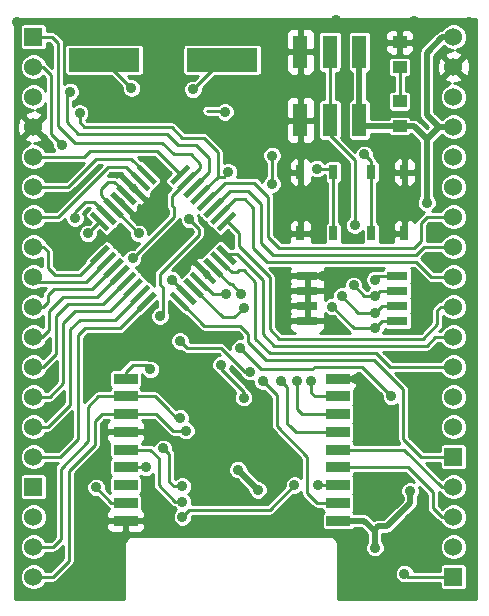
<source format=gtl>
G04 (created by PCBNEW (2013-07-07 BZR 4022)-stable) date 2015/11/30 22:46:21*
%MOIN*%
G04 Gerber Fmt 3.4, Leading zero omitted, Abs format*
%FSLAX34Y34*%
G01*
G70*
G90*
G04 APERTURE LIST*
%ADD10C,0.00590551*%
%ADD11R,0.06X0.06*%
%ADD12C,0.06*%
%ADD13R,0.0708661X0.0299213*%
%ADD14R,0.045X0.0393701*%
%ADD15R,0.0787402X0.0354331*%
%ADD16R,0.0275591X0.0472441*%
%ADD17R,0.23622X0.0787402*%
%ADD18R,0.0472441X0.110236*%
%ADD19C,0.035*%
%ADD20C,0.01*%
%ADD21C,0.02*%
G04 APERTURE END LIST*
G54D10*
G36*
X38884Y-29925D02*
X39009Y-29800D01*
X39565Y-30356D01*
X39440Y-30481D01*
X38884Y-29925D01*
X38884Y-29925D01*
G37*
G36*
X39106Y-29702D02*
X39232Y-29577D01*
X39788Y-30133D01*
X39663Y-30258D01*
X39106Y-29702D01*
X39106Y-29702D01*
G37*
G36*
X39329Y-29479D02*
X39454Y-29354D01*
X40011Y-29911D01*
X39886Y-30036D01*
X39329Y-29479D01*
X39329Y-29479D01*
G37*
G36*
X39552Y-29256D02*
X39677Y-29131D01*
X40234Y-29688D01*
X40108Y-29813D01*
X39552Y-29256D01*
X39552Y-29256D01*
G37*
G36*
X39775Y-29034D02*
X39900Y-28909D01*
X40456Y-29465D01*
X40331Y-29590D01*
X39775Y-29034D01*
X39775Y-29034D01*
G37*
G36*
X39997Y-28811D02*
X40123Y-28686D01*
X40679Y-29242D01*
X40554Y-29367D01*
X39997Y-28811D01*
X39997Y-28811D01*
G37*
G36*
X40220Y-28588D02*
X40345Y-28463D01*
X40902Y-29020D01*
X40777Y-29145D01*
X40220Y-28588D01*
X40220Y-28588D01*
G37*
G36*
X40443Y-28366D02*
X40568Y-28240D01*
X41125Y-28797D01*
X40999Y-28922D01*
X40443Y-28366D01*
X40443Y-28366D01*
G37*
G36*
X43104Y-31030D02*
X43230Y-30905D01*
X43786Y-31461D01*
X43661Y-31586D01*
X43104Y-31030D01*
X43104Y-31030D01*
G37*
G36*
X41542Y-32593D02*
X41667Y-32467D01*
X42223Y-33024D01*
X42098Y-33149D01*
X41542Y-32593D01*
X41542Y-32593D01*
G37*
G36*
X41768Y-32366D02*
X41893Y-32241D01*
X42450Y-32798D01*
X42324Y-32923D01*
X41768Y-32366D01*
X41768Y-32366D01*
G37*
G36*
X41994Y-32140D02*
X42119Y-32015D01*
X42676Y-32571D01*
X42551Y-32697D01*
X41994Y-32140D01*
X41994Y-32140D01*
G37*
G36*
X42213Y-31921D02*
X42339Y-31796D01*
X42895Y-32352D01*
X42770Y-32477D01*
X42213Y-31921D01*
X42213Y-31921D01*
G37*
G36*
X42440Y-31695D02*
X42565Y-31569D01*
X43121Y-32126D01*
X42996Y-32251D01*
X42440Y-31695D01*
X42440Y-31695D01*
G37*
G36*
X42659Y-31475D02*
X42784Y-31350D01*
X43341Y-31907D01*
X43215Y-32032D01*
X42659Y-31475D01*
X42659Y-31475D01*
G37*
G36*
X42885Y-31249D02*
X43010Y-31124D01*
X43567Y-31680D01*
X43442Y-31806D01*
X42885Y-31249D01*
X42885Y-31249D01*
G37*
G36*
X41554Y-28794D02*
X42111Y-28238D01*
X42236Y-28363D01*
X41680Y-28919D01*
X41554Y-28794D01*
X41554Y-28794D01*
G37*
G36*
X41776Y-29016D02*
X42333Y-28460D01*
X42458Y-28585D01*
X41902Y-29141D01*
X41776Y-29016D01*
X41776Y-29016D01*
G37*
G36*
X42000Y-29240D02*
X42556Y-28683D01*
X42682Y-28808D01*
X42125Y-29365D01*
X42000Y-29240D01*
X42000Y-29240D01*
G37*
G36*
X42222Y-29462D02*
X42778Y-28905D01*
X42904Y-29030D01*
X42347Y-29587D01*
X42222Y-29462D01*
X42222Y-29462D01*
G37*
G36*
X42445Y-29685D02*
X43002Y-29128D01*
X43127Y-29254D01*
X42571Y-29810D01*
X42445Y-29685D01*
X42445Y-29685D01*
G37*
G36*
X42667Y-29907D02*
X43224Y-29351D01*
X43349Y-29476D01*
X42793Y-30032D01*
X42667Y-29907D01*
X42667Y-29907D01*
G37*
G36*
X42891Y-30130D02*
X43447Y-29574D01*
X43573Y-29699D01*
X43016Y-30256D01*
X42891Y-30130D01*
X42891Y-30130D01*
G37*
G36*
X43113Y-30352D02*
X43669Y-29796D01*
X43795Y-29921D01*
X43238Y-30478D01*
X43113Y-30352D01*
X43113Y-30352D01*
G37*
G36*
X38883Y-31468D02*
X39440Y-30912D01*
X39565Y-31037D01*
X39008Y-31593D01*
X38883Y-31468D01*
X38883Y-31468D01*
G37*
G36*
X39102Y-31688D02*
X39659Y-31131D01*
X39784Y-31256D01*
X39227Y-31813D01*
X39102Y-31688D01*
X39102Y-31688D01*
G37*
G36*
X39328Y-31914D02*
X39885Y-31357D01*
X40010Y-31482D01*
X39454Y-32039D01*
X39328Y-31914D01*
X39328Y-31914D01*
G37*
G36*
X39548Y-32133D02*
X40104Y-31576D01*
X40229Y-31702D01*
X39673Y-32258D01*
X39548Y-32133D01*
X39548Y-32133D01*
G37*
G36*
X39767Y-32352D02*
X40323Y-31796D01*
X40449Y-31921D01*
X39892Y-32477D01*
X39767Y-32352D01*
X39767Y-32352D01*
G37*
G36*
X39993Y-32578D02*
X40550Y-32022D01*
X40675Y-32147D01*
X40118Y-32704D01*
X39993Y-32578D01*
X39993Y-32578D01*
G37*
G36*
X40219Y-32805D02*
X40776Y-32248D01*
X40901Y-32373D01*
X40345Y-32930D01*
X40219Y-32805D01*
X40219Y-32805D01*
G37*
G36*
X40446Y-33031D02*
X41002Y-32475D01*
X41127Y-32600D01*
X40571Y-33156D01*
X40446Y-33031D01*
X40446Y-33031D01*
G37*
G54D11*
X51000Y-38000D03*
G54D12*
X51000Y-37000D03*
X51000Y-36000D03*
X51000Y-35000D03*
X51000Y-34000D03*
X51000Y-33000D03*
X51000Y-32000D03*
X51000Y-31000D03*
X51000Y-30000D03*
X51000Y-29000D03*
X51000Y-28000D03*
X51000Y-27000D03*
X51000Y-26000D03*
X51000Y-25000D03*
X51000Y-24000D03*
G54D11*
X37000Y-24000D03*
G54D12*
X37000Y-25000D03*
X37000Y-26000D03*
X37000Y-27000D03*
X37000Y-28000D03*
X37000Y-29000D03*
X37000Y-30000D03*
X37000Y-31000D03*
X37000Y-32000D03*
X37000Y-33000D03*
X37000Y-34000D03*
X37000Y-35000D03*
X37000Y-36000D03*
X37000Y-37000D03*
X37000Y-38000D03*
G54D13*
X49137Y-33464D03*
X49137Y-32964D03*
X49137Y-32464D03*
X49137Y-31964D03*
X46137Y-33464D03*
X46137Y-32964D03*
X46137Y-32464D03*
X46137Y-31964D03*
G54D14*
X49212Y-25000D03*
X49212Y-24173D03*
X49212Y-26968D03*
X49212Y-26141D03*
G54D15*
X40078Y-35393D03*
X40078Y-35984D03*
X40078Y-36574D03*
X40078Y-37165D03*
X40078Y-37755D03*
X40078Y-38346D03*
X40078Y-38937D03*
X40078Y-39527D03*
X40078Y-40118D03*
X47165Y-40118D03*
X47165Y-39527D03*
X47165Y-38937D03*
X47165Y-38346D03*
X47165Y-37755D03*
X47165Y-37165D03*
X47165Y-36574D03*
X47165Y-35984D03*
X47165Y-35393D03*
G54D16*
X48267Y-30551D03*
X48267Y-28503D03*
X49370Y-30551D03*
X49370Y-28503D03*
X45905Y-30551D03*
X45905Y-28503D03*
X47007Y-30551D03*
X47007Y-28503D03*
G54D11*
X51000Y-42000D03*
G54D12*
X51000Y-41000D03*
X51000Y-40000D03*
X51000Y-39000D03*
G54D11*
X37000Y-39000D03*
G54D12*
X37000Y-40000D03*
X37000Y-41000D03*
X37000Y-42000D03*
G54D17*
X43307Y-24763D03*
X39370Y-24763D03*
G54D18*
X47874Y-26771D03*
X46889Y-26771D03*
X45905Y-26771D03*
X45905Y-24488D03*
X46889Y-24488D03*
X47874Y-24488D03*
G54D19*
X43385Y-26496D03*
X49566Y-39133D03*
X43818Y-38425D03*
X44488Y-39094D03*
X48385Y-41023D03*
X43267Y-34921D03*
X44015Y-36023D03*
X50118Y-29527D03*
X41614Y-32086D03*
X40511Y-30551D03*
X44015Y-33031D03*
X43937Y-32559D03*
X48937Y-35984D03*
X43897Y-34370D03*
X43425Y-32559D03*
X37952Y-27598D03*
X38228Y-25826D03*
X40314Y-31377D03*
X41889Y-36692D03*
X42086Y-37125D03*
X41968Y-40000D03*
X45708Y-38937D03*
X46496Y-38937D03*
X39094Y-39015D03*
X49370Y-41889D03*
X41968Y-38976D03*
X41338Y-37716D03*
X40905Y-35078D03*
X41968Y-39488D03*
X43503Y-28503D03*
X46456Y-28385D03*
X38543Y-26535D03*
X43937Y-27362D03*
X46657Y-31964D03*
X47952Y-31850D03*
X47755Y-35393D03*
X44606Y-35984D03*
X49370Y-29409D03*
X46377Y-29370D03*
X36456Y-23503D03*
X39803Y-23543D03*
X44094Y-23543D03*
X47086Y-23425D03*
X49685Y-23464D03*
X51535Y-23503D03*
X38070Y-42598D03*
X36535Y-42598D03*
X36535Y-38425D03*
X36535Y-34488D03*
X36535Y-30511D03*
X47480Y-42637D03*
X49803Y-42519D03*
X51496Y-42519D03*
X51496Y-39527D03*
X51496Y-35511D03*
X51535Y-31574D03*
X51535Y-27559D03*
X39763Y-42598D03*
X43346Y-38700D03*
X42559Y-37559D03*
X43818Y-36811D03*
X41456Y-40354D03*
X43464Y-40314D03*
X39212Y-26496D03*
X41929Y-30472D03*
X39055Y-40551D03*
X39015Y-39606D03*
X39133Y-38149D03*
X49763Y-40511D03*
X49291Y-40905D03*
X48228Y-38937D03*
X45472Y-38228D03*
X43700Y-39173D03*
X41732Y-35000D03*
X48188Y-37086D03*
X45354Y-33661D03*
X41181Y-29881D03*
X42244Y-31377D03*
X41889Y-34133D03*
X44212Y-35157D03*
X47716Y-30275D03*
X41220Y-33307D03*
X44960Y-28897D03*
X44960Y-27952D03*
X48031Y-27913D03*
X42204Y-30078D03*
X40748Y-38346D03*
X46259Y-35472D03*
X48385Y-33700D03*
X46968Y-32992D03*
X42322Y-25748D03*
X38818Y-30551D03*
X40275Y-25708D03*
X38385Y-30039D03*
X44645Y-35472D03*
X48385Y-32086D03*
X47677Y-32283D03*
X48385Y-32637D03*
X45275Y-35472D03*
X45787Y-35472D03*
X48385Y-33188D03*
X47283Y-32637D03*
G54D20*
X42795Y-26456D02*
X43346Y-26456D01*
X43346Y-26456D02*
X43385Y-26496D01*
G54D21*
X49291Y-39803D02*
X49566Y-39527D01*
X48503Y-40314D02*
X48779Y-40314D01*
X48779Y-40314D02*
X49291Y-39803D01*
X48366Y-40452D02*
X48503Y-40314D01*
X49566Y-39527D02*
X49566Y-39133D01*
X49566Y-39133D02*
X49527Y-39173D01*
X43818Y-38425D02*
X44488Y-39094D01*
X48031Y-40118D02*
X47165Y-40118D01*
X48385Y-40472D02*
X48366Y-40452D01*
X48366Y-40452D02*
X48346Y-40433D01*
X48346Y-40433D02*
X48031Y-40118D01*
X48385Y-41023D02*
X48385Y-40472D01*
G54D20*
X44015Y-36023D02*
X44015Y-35826D01*
X44015Y-35826D02*
X43267Y-35078D01*
X43267Y-35078D02*
X43267Y-34921D01*
G54D21*
X50118Y-29527D02*
X50118Y-27401D01*
X50118Y-26598D02*
X50519Y-27000D01*
X50984Y-24015D02*
X50629Y-24015D01*
X50629Y-24015D02*
X50118Y-24527D01*
X50118Y-24527D02*
X50118Y-26598D01*
X51000Y-24000D02*
X50984Y-24015D01*
X50118Y-27401D02*
X49685Y-26968D01*
X49685Y-26968D02*
X49212Y-26968D01*
G54D20*
X50559Y-27000D02*
X50519Y-27000D01*
G54D21*
X50519Y-27000D02*
X50118Y-27401D01*
X51000Y-27000D02*
X50559Y-27000D01*
G54D20*
X47874Y-26771D02*
X48070Y-26968D01*
G54D21*
X48070Y-26968D02*
X49212Y-26968D01*
G54D20*
X42109Y-32582D02*
X41614Y-32087D01*
X41614Y-32087D02*
X41614Y-32086D01*
G54D21*
X47874Y-24488D02*
X47874Y-26771D01*
G54D20*
X39670Y-29709D02*
X40511Y-30551D01*
X39670Y-29709D02*
X39670Y-29695D01*
X40115Y-29249D02*
X39684Y-28818D01*
X39684Y-28818D02*
X39488Y-28818D01*
X39488Y-28818D02*
X39251Y-29055D01*
X39251Y-29055D02*
X39251Y-29276D01*
X39251Y-29276D02*
X39670Y-29695D01*
X43226Y-31465D02*
X43611Y-31850D01*
X48897Y-35000D02*
X48425Y-34527D01*
X48425Y-34527D02*
X44881Y-34527D01*
X44881Y-34527D02*
X44409Y-34055D01*
X44409Y-34055D02*
X44409Y-32648D01*
X48897Y-35000D02*
X51000Y-35000D01*
X44409Y-32165D02*
X44409Y-32648D01*
X44015Y-31771D02*
X44409Y-32165D01*
X43858Y-31771D02*
X44015Y-31771D01*
X43779Y-31850D02*
X43858Y-31771D01*
X43611Y-31850D02*
X43779Y-31850D01*
X43445Y-31246D02*
X43805Y-31246D01*
X50409Y-34000D02*
X50118Y-34291D01*
X50118Y-34291D02*
X45039Y-34291D01*
X45039Y-34291D02*
X44645Y-33897D01*
X44645Y-33897D02*
X44645Y-32445D01*
X50409Y-34000D02*
X51000Y-34000D01*
X44645Y-32086D02*
X44645Y-32445D01*
X43805Y-31246D02*
X44645Y-32086D01*
X51000Y-33000D02*
X50582Y-33000D01*
X43858Y-30541D02*
X43454Y-30137D01*
X43858Y-30984D02*
X43858Y-30541D01*
X44881Y-32007D02*
X43858Y-30984D01*
X44881Y-33740D02*
X44881Y-32007D01*
X45196Y-34055D02*
X44881Y-33740D01*
X50000Y-34055D02*
X45196Y-34055D01*
X50472Y-33582D02*
X50000Y-34055D01*
X50472Y-33110D02*
X50472Y-33582D01*
X50582Y-33000D02*
X50472Y-33110D01*
X51000Y-32000D02*
X50267Y-32000D01*
X43738Y-29409D02*
X43232Y-29915D01*
X44055Y-29409D02*
X43738Y-29409D01*
X44330Y-29685D02*
X44055Y-29409D01*
X44330Y-31023D02*
X44330Y-29685D01*
X44803Y-31496D02*
X44330Y-31023D01*
X49763Y-31496D02*
X44803Y-31496D01*
X50267Y-32000D02*
X49763Y-31496D01*
X51000Y-31000D02*
X50023Y-31000D01*
X43566Y-29133D02*
X43008Y-29691D01*
X44173Y-29133D02*
X43566Y-29133D01*
X44606Y-29566D02*
X44173Y-29133D01*
X44606Y-30866D02*
X44606Y-29566D01*
X45000Y-31259D02*
X44606Y-30866D01*
X49763Y-31259D02*
X45000Y-31259D01*
X50023Y-31000D02*
X49763Y-31259D01*
X51000Y-30000D02*
X50118Y-30000D01*
X43398Y-28858D02*
X42786Y-29469D01*
X44370Y-28858D02*
X43398Y-28858D01*
X44842Y-29330D02*
X44370Y-28858D01*
X44842Y-30669D02*
X44842Y-29330D01*
X45196Y-31023D02*
X44842Y-30669D01*
X49685Y-31023D02*
X45196Y-31023D01*
X49921Y-30787D02*
X49685Y-31023D01*
X49921Y-30196D02*
X49921Y-30787D01*
X50118Y-30000D02*
X49921Y-30196D01*
X43325Y-33346D02*
X42335Y-32356D01*
X43700Y-33346D02*
X43325Y-33346D01*
X44015Y-33031D02*
X43700Y-33346D01*
X43543Y-32234D02*
X43612Y-32234D01*
X43000Y-31691D02*
X43543Y-32234D01*
X43612Y-32234D02*
X43937Y-32559D01*
X43346Y-32559D02*
X43425Y-32559D01*
X43897Y-34370D02*
X44606Y-35078D01*
X44606Y-35078D02*
X44842Y-35078D01*
X46141Y-35078D02*
X46299Y-35078D01*
X44842Y-35078D02*
X46141Y-35078D01*
X47952Y-35000D02*
X48937Y-35984D01*
X46377Y-35000D02*
X47952Y-35000D01*
X46299Y-35078D02*
X46377Y-35000D01*
X42976Y-32559D02*
X43346Y-32559D01*
X42976Y-32559D02*
X42554Y-32137D01*
X37322Y-25000D02*
X37000Y-25000D01*
X37598Y-25275D02*
X37322Y-25000D01*
X37598Y-27244D02*
X37598Y-25275D01*
X37952Y-27598D02*
X37598Y-27244D01*
X42341Y-29024D02*
X42874Y-28491D01*
X38110Y-25944D02*
X38228Y-25826D01*
X38110Y-26850D02*
X38110Y-25944D01*
X38503Y-27244D02*
X38110Y-26850D01*
X41456Y-27244D02*
X38503Y-27244D01*
X41811Y-27598D02*
X41456Y-27244D01*
X42440Y-27598D02*
X41811Y-27598D01*
X42874Y-28031D02*
X42440Y-27598D01*
X42874Y-28491D02*
X42874Y-28031D01*
X41692Y-27913D02*
X41968Y-27913D01*
X42559Y-28359D02*
X42559Y-28228D01*
X42559Y-28228D02*
X42244Y-27913D01*
X42244Y-27913D02*
X41968Y-27913D01*
X42559Y-28359D02*
X42117Y-28800D01*
X40314Y-31377D02*
X41692Y-30000D01*
X41692Y-30000D02*
X41692Y-29685D01*
X41692Y-29685D02*
X41614Y-29606D01*
X41614Y-29606D02*
X41614Y-29304D01*
X41614Y-29304D02*
X42117Y-28800D01*
X37622Y-24000D02*
X37000Y-24000D01*
X37834Y-24212D02*
X37622Y-24000D01*
X37834Y-26968D02*
X37834Y-24212D01*
X38385Y-27519D02*
X37834Y-26968D01*
X41299Y-27519D02*
X38385Y-27519D01*
X41692Y-27913D02*
X41299Y-27519D01*
X40334Y-32363D02*
X39548Y-33149D01*
X37543Y-36000D02*
X37000Y-36000D01*
X37992Y-35551D02*
X37543Y-36000D01*
X37992Y-33543D02*
X37992Y-35551D01*
X38385Y-33149D02*
X37992Y-33543D01*
X39548Y-33149D02*
X38385Y-33149D01*
X40560Y-32589D02*
X39725Y-33425D01*
X37488Y-37000D02*
X37000Y-37000D01*
X38228Y-36259D02*
X37488Y-37000D01*
X38228Y-33740D02*
X38228Y-36259D01*
X38543Y-33425D02*
X38228Y-33740D01*
X39725Y-33425D02*
X38543Y-33425D01*
X40787Y-32815D02*
X39902Y-33700D01*
X37905Y-38000D02*
X37000Y-38000D01*
X38503Y-37401D02*
X37905Y-38000D01*
X38503Y-33937D02*
X38503Y-37401D01*
X38740Y-33700D02*
X38503Y-33937D01*
X39902Y-33700D02*
X38740Y-33700D01*
X48346Y-34763D02*
X44763Y-34763D01*
X48346Y-34763D02*
X49330Y-35748D01*
X49330Y-35748D02*
X49330Y-37401D01*
X49330Y-37401D02*
X49929Y-38000D01*
X51000Y-38000D02*
X49929Y-38000D01*
X42696Y-33622D02*
X41883Y-32808D01*
X43897Y-33622D02*
X42696Y-33622D01*
X44173Y-33897D02*
X43897Y-33622D01*
X44173Y-34173D02*
X44173Y-33897D01*
X44763Y-34763D02*
X44173Y-34173D01*
X41895Y-28578D02*
X41112Y-27795D01*
X38692Y-28000D02*
X37000Y-28000D01*
X38897Y-27795D02*
X38692Y-28000D01*
X41112Y-27795D02*
X38897Y-27795D01*
X38165Y-29000D02*
X37000Y-29000D01*
X40784Y-28581D02*
X40273Y-28070D01*
X39094Y-28070D02*
X38165Y-29000D01*
X40273Y-28070D02*
X39094Y-28070D01*
X40561Y-28804D02*
X40103Y-28346D01*
X37834Y-30000D02*
X37000Y-30000D01*
X39488Y-28346D02*
X37834Y-30000D01*
X40103Y-28346D02*
X39488Y-28346D01*
X39224Y-31253D02*
X38548Y-31929D01*
X37338Y-31000D02*
X37000Y-31000D01*
X37480Y-31141D02*
X37338Y-31000D01*
X37480Y-31692D02*
X37480Y-31141D01*
X37716Y-31929D02*
X37480Y-31692D01*
X38548Y-31929D02*
X37716Y-31929D01*
X39443Y-31472D02*
X38750Y-32165D01*
X37165Y-32165D02*
X37000Y-32000D01*
X37480Y-32165D02*
X37165Y-32165D01*
X38750Y-32165D02*
X37480Y-32165D01*
X37480Y-32598D02*
X37480Y-32834D01*
X39669Y-31698D02*
X38966Y-32401D01*
X38966Y-32401D02*
X37677Y-32401D01*
X37677Y-32401D02*
X37480Y-32598D01*
X37314Y-33000D02*
X37000Y-33000D01*
X37480Y-32834D02*
X37314Y-33000D01*
X39889Y-31917D02*
X39129Y-32677D01*
X37299Y-34000D02*
X37000Y-34000D01*
X37519Y-33779D02*
X37299Y-34000D01*
X37519Y-33149D02*
X37519Y-33779D01*
X37992Y-32677D02*
X37519Y-33149D01*
X39129Y-32677D02*
X37992Y-32677D01*
X40108Y-32137D02*
X39331Y-32913D01*
X37322Y-35000D02*
X37000Y-35000D01*
X37755Y-34566D02*
X37322Y-35000D01*
X37755Y-33307D02*
X37755Y-34566D01*
X38149Y-32913D02*
X37755Y-33307D01*
X39331Y-32913D02*
X38149Y-32913D01*
X41496Y-36417D02*
X41771Y-36692D01*
X41496Y-36417D02*
X41062Y-35984D01*
X40078Y-35984D02*
X41062Y-35984D01*
X41771Y-36692D02*
X41889Y-36692D01*
X40078Y-35984D02*
X39173Y-35984D01*
X37661Y-41000D02*
X37000Y-41000D01*
X37913Y-40748D02*
X37661Y-41000D01*
X37913Y-38385D02*
X37913Y-40748D01*
X38818Y-37480D02*
X37913Y-38385D01*
X38818Y-36338D02*
X38818Y-37480D01*
X39173Y-35984D02*
X38818Y-36338D01*
X41456Y-36929D02*
X41653Y-37125D01*
X41102Y-36574D02*
X41456Y-36929D01*
X41102Y-36574D02*
X40078Y-36574D01*
X41653Y-37125D02*
X42086Y-37125D01*
X40078Y-36574D02*
X39291Y-36574D01*
X37645Y-42000D02*
X37000Y-42000D01*
X38188Y-41456D02*
X37645Y-42000D01*
X38188Y-38464D02*
X38188Y-41456D01*
X39055Y-37598D02*
X38188Y-38464D01*
X39055Y-36811D02*
X39055Y-37598D01*
X39291Y-36574D02*
X39055Y-36811D01*
X47165Y-38346D02*
X49488Y-38346D01*
X50629Y-40000D02*
X51000Y-40000D01*
X50314Y-39685D02*
X50629Y-40000D01*
X50314Y-39173D02*
X50314Y-39685D01*
X49488Y-38346D02*
X50314Y-39173D01*
X51000Y-39000D02*
X50614Y-39000D01*
X49370Y-37755D02*
X47165Y-37755D01*
X50614Y-39000D02*
X49370Y-37755D01*
X41968Y-40000D02*
X42204Y-39763D01*
X42204Y-39763D02*
X44881Y-39763D01*
X47165Y-38937D02*
X46496Y-38937D01*
X45708Y-38937D02*
X44881Y-39763D01*
X40078Y-39527D02*
X39606Y-39527D01*
X39606Y-39527D02*
X39094Y-39015D01*
X40078Y-35393D02*
X40078Y-35157D01*
X49480Y-42000D02*
X51000Y-42000D01*
X49370Y-41889D02*
X49480Y-42000D01*
X41692Y-38976D02*
X41968Y-38976D01*
X41535Y-38818D02*
X41692Y-38976D01*
X41535Y-37913D02*
X41535Y-38818D01*
X41338Y-37716D02*
X41535Y-37913D01*
X40748Y-34921D02*
X40905Y-35078D01*
X40314Y-34921D02*
X40748Y-34921D01*
X40078Y-35157D02*
X40314Y-34921D01*
X41181Y-38937D02*
X41732Y-39488D01*
X40905Y-37755D02*
X41181Y-38031D01*
X41181Y-38031D02*
X41181Y-38937D01*
X40078Y-37755D02*
X40905Y-37755D01*
X41732Y-39488D02*
X41968Y-39488D01*
X43347Y-28660D02*
X43149Y-28660D01*
X43503Y-28503D02*
X43347Y-28660D01*
X46889Y-28385D02*
X47007Y-28503D01*
X46456Y-28385D02*
X46889Y-28385D01*
X47007Y-28503D02*
X47007Y-30551D01*
X43149Y-28660D02*
X43149Y-27834D01*
X43149Y-27834D02*
X42677Y-27362D01*
X42677Y-27362D02*
X41968Y-27362D01*
X41968Y-27362D02*
X41614Y-27007D01*
X41614Y-27007D02*
X38700Y-27007D01*
X38700Y-27007D02*
X38543Y-26850D01*
X38543Y-26850D02*
X38543Y-26535D01*
X42563Y-29246D02*
X43149Y-28660D01*
X45905Y-26771D02*
X45551Y-26771D01*
X44960Y-27362D02*
X43937Y-27362D01*
X45551Y-26771D02*
X44960Y-27362D01*
X47952Y-31850D02*
X46771Y-31850D01*
X46771Y-31850D02*
X46657Y-31964D01*
X47952Y-31850D02*
X46850Y-31850D01*
X46736Y-31964D02*
X46137Y-31964D01*
X46850Y-31850D02*
X46736Y-31964D01*
X47165Y-35393D02*
X47755Y-35393D01*
X45905Y-29527D02*
X46220Y-29527D01*
X46220Y-29527D02*
X46377Y-29370D01*
X51000Y-25000D02*
X51535Y-24464D01*
X44094Y-23543D02*
X39803Y-23543D01*
X49645Y-23425D02*
X47086Y-23425D01*
X49685Y-23464D02*
X49645Y-23425D01*
X51535Y-24464D02*
X51535Y-23503D01*
X39763Y-42598D02*
X38070Y-42598D01*
X36535Y-42598D02*
X36535Y-38425D01*
X36535Y-34488D02*
X36535Y-30511D01*
X51496Y-42519D02*
X49803Y-42519D01*
X51496Y-35511D02*
X51496Y-39527D01*
X51535Y-27559D02*
X51535Y-31574D01*
X42559Y-37559D02*
X42559Y-37913D01*
X42559Y-37913D02*
X43346Y-38700D01*
X43070Y-37559D02*
X42559Y-37559D01*
X43818Y-36811D02*
X43070Y-37559D01*
X42283Y-40354D02*
X41456Y-40354D01*
X42322Y-40314D02*
X42283Y-40354D01*
X43464Y-40314D02*
X42322Y-40314D01*
X40078Y-40118D02*
X39488Y-40118D01*
X39488Y-40118D02*
X39055Y-40551D01*
X40078Y-40118D02*
X39527Y-40118D01*
X39527Y-40118D02*
X39015Y-39606D01*
X40078Y-37165D02*
X39488Y-37165D01*
X39370Y-37913D02*
X39133Y-38149D01*
X39370Y-37283D02*
X39370Y-37913D01*
X39488Y-37165D02*
X39370Y-37283D01*
X48188Y-35826D02*
X48188Y-37086D01*
X47755Y-35393D02*
X48188Y-35826D01*
X46137Y-33464D02*
X45551Y-33464D01*
X45551Y-33464D02*
X45354Y-33661D01*
X40748Y-29448D02*
X41181Y-29881D01*
X40748Y-29448D02*
X40748Y-29436D01*
X45905Y-24488D02*
X45905Y-26771D01*
X42781Y-31910D02*
X42776Y-31910D01*
X42776Y-31910D02*
X42244Y-31377D01*
X40338Y-29027D02*
X40748Y-29436D01*
X40302Y-29881D02*
X39893Y-29472D01*
X40433Y-29881D02*
X40302Y-29881D01*
X40748Y-29566D02*
X40433Y-29881D01*
X40748Y-29436D02*
X40748Y-29566D01*
X45905Y-28503D02*
X45905Y-29527D01*
X45905Y-29527D02*
X45905Y-30551D01*
X49370Y-28503D02*
X49370Y-29409D01*
X49370Y-29409D02*
X49370Y-30551D01*
X43838Y-34940D02*
X44055Y-35157D01*
X43838Y-34940D02*
X43267Y-34370D01*
X42125Y-34370D02*
X41889Y-34133D01*
X43267Y-34370D02*
X42125Y-34370D01*
X44055Y-35157D02*
X44212Y-35157D01*
X46889Y-26771D02*
X46889Y-27283D01*
X47716Y-28110D02*
X47716Y-30275D01*
X46889Y-27283D02*
X47716Y-28110D01*
X46889Y-24488D02*
X46889Y-26771D01*
X41220Y-31889D02*
X42519Y-30590D01*
X41338Y-32362D02*
X41220Y-32244D01*
X41220Y-32244D02*
X41220Y-31889D01*
X48267Y-28503D02*
X48267Y-28149D01*
X41338Y-33188D02*
X41220Y-33307D01*
X44960Y-27952D02*
X44960Y-28897D01*
X48267Y-28149D02*
X48031Y-27913D01*
X41338Y-33188D02*
X41338Y-32362D01*
X42519Y-30393D02*
X42204Y-30078D01*
X42519Y-30590D02*
X42519Y-30393D01*
X40078Y-38346D02*
X40748Y-38346D01*
X48267Y-28503D02*
X48267Y-30551D01*
X46259Y-35472D02*
X46259Y-35866D01*
X46377Y-35984D02*
X47165Y-35984D01*
X46259Y-35866D02*
X46377Y-35984D01*
X48385Y-33700D02*
X47677Y-33700D01*
X47677Y-33700D02*
X46968Y-32992D01*
X49137Y-33464D02*
X48622Y-33464D01*
X48622Y-33464D02*
X48385Y-33700D01*
X42322Y-25748D02*
X43307Y-24763D01*
X38818Y-30546D02*
X38818Y-30551D01*
X39225Y-30140D02*
X38818Y-30546D01*
X39370Y-24803D02*
X39370Y-24763D01*
X40275Y-25708D02*
X39370Y-24803D01*
X39017Y-29488D02*
X39447Y-29918D01*
X38385Y-29842D02*
X38385Y-30039D01*
X38740Y-29488D02*
X38385Y-29842D01*
X39017Y-29488D02*
X38740Y-29488D01*
X45118Y-35944D02*
X44645Y-35472D01*
X46141Y-38031D02*
X46141Y-37992D01*
X46141Y-39212D02*
X46456Y-39527D01*
X46141Y-38031D02*
X46141Y-39212D01*
X46456Y-39527D02*
X47165Y-39527D01*
X46141Y-37992D02*
X45118Y-36968D01*
X45118Y-36968D02*
X45118Y-35944D01*
X49137Y-31964D02*
X48507Y-31964D01*
X48507Y-31964D02*
X48385Y-32086D01*
X48031Y-32637D02*
X47677Y-32283D01*
X48385Y-32637D02*
X48031Y-32637D01*
X45472Y-36889D02*
X45472Y-35669D01*
X45472Y-35669D02*
X45275Y-35472D01*
X45551Y-36968D02*
X45748Y-37165D01*
X45748Y-37165D02*
X47165Y-37165D01*
X45551Y-36968D02*
X45472Y-36889D01*
X48559Y-32464D02*
X48385Y-32637D01*
X49137Y-32464D02*
X48559Y-32464D01*
X46181Y-36574D02*
X45944Y-36574D01*
X46181Y-36574D02*
X47165Y-36574D01*
X45787Y-36417D02*
X45787Y-35472D01*
X45944Y-36574D02*
X45787Y-36417D01*
X48385Y-33188D02*
X47834Y-33188D01*
X47834Y-33188D02*
X47283Y-32637D01*
X49137Y-32964D02*
X48610Y-32964D01*
X48610Y-32964D02*
X48385Y-33188D01*
X49212Y-25000D02*
X49212Y-26141D01*
G54D10*
G36*
X41592Y-29043D02*
X41472Y-29163D01*
X41429Y-29227D01*
X41414Y-29304D01*
X41414Y-29606D01*
X41429Y-29682D01*
X41472Y-29747D01*
X41492Y-29767D01*
X41492Y-29917D01*
X40836Y-30573D01*
X40836Y-30486D01*
X40787Y-30367D01*
X40696Y-30275D01*
X40576Y-30226D01*
X40469Y-30226D01*
X40259Y-30016D01*
X40272Y-30003D01*
X40272Y-29914D01*
X39897Y-29539D01*
X39887Y-29548D01*
X39816Y-29478D01*
X39826Y-29468D01*
X39821Y-29463D01*
X39883Y-29400D01*
X39889Y-29405D01*
X39898Y-29396D01*
X39969Y-29467D01*
X39959Y-29476D01*
X40335Y-29852D01*
X40423Y-29852D01*
X40446Y-29829D01*
X40484Y-29737D01*
X40484Y-29650D01*
X40516Y-29617D01*
X40603Y-29618D01*
X40695Y-29580D01*
X40718Y-29557D01*
X40718Y-29469D01*
X40342Y-29093D01*
X40333Y-29103D01*
X40262Y-29032D01*
X40272Y-29023D01*
X39896Y-28647D01*
X39808Y-28647D01*
X39797Y-28658D01*
X39761Y-28634D01*
X39684Y-28618D01*
X39498Y-28618D01*
X39571Y-28546D01*
X39959Y-28546D01*
X39959Y-28585D01*
X40334Y-28960D01*
X40344Y-28950D01*
X40415Y-29021D01*
X40405Y-29031D01*
X40780Y-29406D01*
X40869Y-29406D01*
X40891Y-29384D01*
X40929Y-29292D01*
X40929Y-29205D01*
X41029Y-29105D01*
X41045Y-29065D01*
X41084Y-29049D01*
X41126Y-29007D01*
X41252Y-28882D01*
X41275Y-28827D01*
X41275Y-28767D01*
X41252Y-28712D01*
X41210Y-28670D01*
X40653Y-28113D01*
X40598Y-28090D01*
X40576Y-28090D01*
X40480Y-27995D01*
X41029Y-27995D01*
X41585Y-28551D01*
X41427Y-28709D01*
X41404Y-28764D01*
X41404Y-28824D01*
X41427Y-28879D01*
X41469Y-28921D01*
X41592Y-29043D01*
X41592Y-29043D01*
G37*
G54D20*
X41592Y-29043D02*
X41472Y-29163D01*
X41429Y-29227D01*
X41414Y-29304D01*
X41414Y-29606D01*
X41429Y-29682D01*
X41472Y-29747D01*
X41492Y-29767D01*
X41492Y-29917D01*
X40836Y-30573D01*
X40836Y-30486D01*
X40787Y-30367D01*
X40696Y-30275D01*
X40576Y-30226D01*
X40469Y-30226D01*
X40259Y-30016D01*
X40272Y-30003D01*
X40272Y-29914D01*
X39897Y-29539D01*
X39887Y-29548D01*
X39816Y-29478D01*
X39826Y-29468D01*
X39821Y-29463D01*
X39883Y-29400D01*
X39889Y-29405D01*
X39898Y-29396D01*
X39969Y-29467D01*
X39959Y-29476D01*
X40335Y-29852D01*
X40423Y-29852D01*
X40446Y-29829D01*
X40484Y-29737D01*
X40484Y-29650D01*
X40516Y-29617D01*
X40603Y-29618D01*
X40695Y-29580D01*
X40718Y-29557D01*
X40718Y-29469D01*
X40342Y-29093D01*
X40333Y-29103D01*
X40262Y-29032D01*
X40272Y-29023D01*
X39896Y-28647D01*
X39808Y-28647D01*
X39797Y-28658D01*
X39761Y-28634D01*
X39684Y-28618D01*
X39498Y-28618D01*
X39571Y-28546D01*
X39959Y-28546D01*
X39959Y-28585D01*
X40334Y-28960D01*
X40344Y-28950D01*
X40415Y-29021D01*
X40405Y-29031D01*
X40780Y-29406D01*
X40869Y-29406D01*
X40891Y-29384D01*
X40929Y-29292D01*
X40929Y-29205D01*
X41029Y-29105D01*
X41045Y-29065D01*
X41084Y-29049D01*
X41126Y-29007D01*
X41252Y-28882D01*
X41275Y-28827D01*
X41275Y-28767D01*
X41252Y-28712D01*
X41210Y-28670D01*
X40653Y-28113D01*
X40598Y-28090D01*
X40576Y-28090D01*
X40480Y-27995D01*
X41029Y-27995D01*
X41585Y-28551D01*
X41427Y-28709D01*
X41404Y-28764D01*
X41404Y-28824D01*
X41427Y-28879D01*
X41469Y-28921D01*
X41592Y-29043D01*
G54D10*
G36*
X42319Y-30507D02*
X41079Y-31748D01*
X41035Y-31813D01*
X41020Y-31889D01*
X41020Y-32244D01*
X41029Y-32291D01*
X41028Y-32289D01*
X40986Y-32246D01*
X40861Y-32121D01*
X40819Y-32104D01*
X40802Y-32062D01*
X40760Y-32020D01*
X40635Y-31895D01*
X40593Y-31878D01*
X40576Y-31836D01*
X40534Y-31794D01*
X40424Y-31684D01*
X40498Y-31653D01*
X40590Y-31562D01*
X40639Y-31442D01*
X40639Y-31335D01*
X41834Y-30141D01*
X41834Y-30141D01*
X41863Y-30098D01*
X41877Y-30076D01*
X41877Y-30076D01*
X41879Y-30066D01*
X41879Y-30143D01*
X41929Y-30262D01*
X42020Y-30354D01*
X42139Y-30403D01*
X42246Y-30403D01*
X42319Y-30476D01*
X42319Y-30507D01*
X42319Y-30507D01*
G37*
G54D20*
X42319Y-30507D02*
X41079Y-31748D01*
X41035Y-31813D01*
X41020Y-31889D01*
X41020Y-32244D01*
X41029Y-32291D01*
X41028Y-32289D01*
X40986Y-32246D01*
X40861Y-32121D01*
X40819Y-32104D01*
X40802Y-32062D01*
X40760Y-32020D01*
X40635Y-31895D01*
X40593Y-31878D01*
X40576Y-31836D01*
X40534Y-31794D01*
X40424Y-31684D01*
X40498Y-31653D01*
X40590Y-31562D01*
X40639Y-31442D01*
X40639Y-31335D01*
X41834Y-30141D01*
X41834Y-30141D01*
X41863Y-30098D01*
X41877Y-30076D01*
X41877Y-30076D01*
X41879Y-30066D01*
X41879Y-30143D01*
X41929Y-30262D01*
X42020Y-30354D01*
X42139Y-30403D01*
X42246Y-30403D01*
X42319Y-30476D01*
X42319Y-30507D01*
G54D10*
G36*
X43670Y-31046D02*
X43583Y-31046D01*
X43315Y-30778D01*
X43260Y-30755D01*
X43200Y-30755D01*
X43145Y-30777D01*
X43103Y-30820D01*
X42977Y-30945D01*
X42962Y-30982D01*
X42926Y-30997D01*
X42883Y-31039D01*
X42758Y-31164D01*
X42741Y-31206D01*
X42699Y-31223D01*
X42657Y-31265D01*
X42603Y-31319D01*
X42515Y-31319D01*
X42423Y-31357D01*
X42401Y-31380D01*
X42401Y-31468D01*
X42777Y-31844D01*
X42786Y-31834D01*
X42857Y-31905D01*
X42847Y-31914D01*
X42853Y-31920D01*
X42790Y-31982D01*
X42785Y-31977D01*
X42775Y-31987D01*
X42704Y-31916D01*
X42714Y-31906D01*
X42338Y-31531D01*
X42250Y-31531D01*
X42228Y-31553D01*
X42190Y-31645D01*
X42190Y-31732D01*
X42086Y-31836D01*
X42071Y-31873D01*
X42035Y-31888D01*
X41992Y-31930D01*
X41928Y-31995D01*
X41889Y-31902D01*
X41798Y-31811D01*
X41679Y-31761D01*
X41631Y-31761D01*
X42661Y-30731D01*
X42661Y-30731D01*
X42690Y-30688D01*
X42704Y-30667D01*
X42704Y-30667D01*
X42719Y-30590D01*
X42719Y-30590D01*
X42719Y-30393D01*
X42719Y-30393D01*
X42704Y-30317D01*
X42704Y-30317D01*
X42690Y-30295D01*
X42661Y-30252D01*
X42661Y-30252D01*
X42529Y-30120D01*
X42529Y-30014D01*
X42500Y-29943D01*
X42524Y-29953D01*
X42540Y-29992D01*
X42582Y-30034D01*
X42708Y-30159D01*
X42747Y-30176D01*
X42764Y-30215D01*
X42806Y-30258D01*
X42931Y-30383D01*
X42970Y-30399D01*
X42986Y-30437D01*
X43028Y-30480D01*
X43153Y-30605D01*
X43208Y-30628D01*
X43268Y-30628D01*
X43323Y-30605D01*
X43365Y-30563D01*
X43481Y-30447D01*
X43658Y-30624D01*
X43658Y-30984D01*
X43670Y-31046D01*
X43670Y-31046D01*
G37*
G54D20*
X43670Y-31046D02*
X43583Y-31046D01*
X43315Y-30778D01*
X43260Y-30755D01*
X43200Y-30755D01*
X43145Y-30777D01*
X43103Y-30820D01*
X42977Y-30945D01*
X42962Y-30982D01*
X42926Y-30997D01*
X42883Y-31039D01*
X42758Y-31164D01*
X42741Y-31206D01*
X42699Y-31223D01*
X42657Y-31265D01*
X42603Y-31319D01*
X42515Y-31319D01*
X42423Y-31357D01*
X42401Y-31380D01*
X42401Y-31468D01*
X42777Y-31844D01*
X42786Y-31834D01*
X42857Y-31905D01*
X42847Y-31914D01*
X42853Y-31920D01*
X42790Y-31982D01*
X42785Y-31977D01*
X42775Y-31987D01*
X42704Y-31916D01*
X42714Y-31906D01*
X42338Y-31531D01*
X42250Y-31531D01*
X42228Y-31553D01*
X42190Y-31645D01*
X42190Y-31732D01*
X42086Y-31836D01*
X42071Y-31873D01*
X42035Y-31888D01*
X41992Y-31930D01*
X41928Y-31995D01*
X41889Y-31902D01*
X41798Y-31811D01*
X41679Y-31761D01*
X41631Y-31761D01*
X42661Y-30731D01*
X42661Y-30731D01*
X42690Y-30688D01*
X42704Y-30667D01*
X42704Y-30667D01*
X42719Y-30590D01*
X42719Y-30590D01*
X42719Y-30393D01*
X42719Y-30393D01*
X42704Y-30317D01*
X42704Y-30317D01*
X42690Y-30295D01*
X42661Y-30252D01*
X42661Y-30252D01*
X42529Y-30120D01*
X42529Y-30014D01*
X42500Y-29943D01*
X42524Y-29953D01*
X42540Y-29992D01*
X42582Y-30034D01*
X42708Y-30159D01*
X42747Y-30176D01*
X42764Y-30215D01*
X42806Y-30258D01*
X42931Y-30383D01*
X42970Y-30399D01*
X42986Y-30437D01*
X43028Y-30480D01*
X43153Y-30605D01*
X43208Y-30628D01*
X43268Y-30628D01*
X43323Y-30605D01*
X43365Y-30563D01*
X43481Y-30447D01*
X43658Y-30624D01*
X43658Y-30984D01*
X43670Y-31046D01*
G54D10*
G36*
X48690Y-31696D02*
X48656Y-31729D01*
X48641Y-31764D01*
X48507Y-31764D01*
X48473Y-31771D01*
X48450Y-31761D01*
X48321Y-31761D01*
X48201Y-31810D01*
X48110Y-31902D01*
X48060Y-32021D01*
X48060Y-32150D01*
X48110Y-32270D01*
X48201Y-32361D01*
X48201Y-32362D01*
X48126Y-32437D01*
X48114Y-32437D01*
X48002Y-32325D01*
X48002Y-32219D01*
X47952Y-32099D01*
X47861Y-32008D01*
X47742Y-31958D01*
X47612Y-31958D01*
X47493Y-32007D01*
X47401Y-32099D01*
X47352Y-32218D01*
X47352Y-32314D01*
X47348Y-32312D01*
X47219Y-32312D01*
X47099Y-32362D01*
X47008Y-32453D01*
X46958Y-32572D01*
X46958Y-32667D01*
X46904Y-32667D01*
X46784Y-32716D01*
X46740Y-32760D01*
X46721Y-32714D01*
X46742Y-32663D01*
X46742Y-32265D01*
X46721Y-32214D01*
X46742Y-32163D01*
X46742Y-32077D01*
X46679Y-32014D01*
X46187Y-32014D01*
X46187Y-32127D01*
X46187Y-32301D01*
X46187Y-32414D01*
X46679Y-32414D01*
X46742Y-32352D01*
X46742Y-32265D01*
X46742Y-32663D01*
X46742Y-32577D01*
X46679Y-32514D01*
X46187Y-32514D01*
X46187Y-32627D01*
X46187Y-32801D01*
X46187Y-32914D01*
X46195Y-32914D01*
X46195Y-33014D01*
X46187Y-33014D01*
X46187Y-33127D01*
X46187Y-33301D01*
X46187Y-33414D01*
X46679Y-33414D01*
X46742Y-33352D01*
X46742Y-33265D01*
X46721Y-33214D01*
X46724Y-33207D01*
X46784Y-33267D01*
X46903Y-33317D01*
X47010Y-33317D01*
X47535Y-33842D01*
X47535Y-33842D01*
X47555Y-33855D01*
X46563Y-33855D01*
X46633Y-33825D01*
X46704Y-33755D01*
X46742Y-33663D01*
X46742Y-33577D01*
X46679Y-33514D01*
X46187Y-33514D01*
X46187Y-33522D01*
X46087Y-33522D01*
X46087Y-33514D01*
X46087Y-33414D01*
X46087Y-33301D01*
X46087Y-33127D01*
X46087Y-33014D01*
X46087Y-32914D01*
X46087Y-32801D01*
X46087Y-32627D01*
X46087Y-32514D01*
X46087Y-32414D01*
X46087Y-32301D01*
X46087Y-32127D01*
X46087Y-32014D01*
X45595Y-32014D01*
X45533Y-32077D01*
X45533Y-32163D01*
X45554Y-32214D01*
X45533Y-32265D01*
X45533Y-32352D01*
X45595Y-32414D01*
X46087Y-32414D01*
X46087Y-32514D01*
X45595Y-32514D01*
X45533Y-32577D01*
X45533Y-32663D01*
X45554Y-32714D01*
X45533Y-32765D01*
X45533Y-32852D01*
X45595Y-32914D01*
X46087Y-32914D01*
X46087Y-33014D01*
X45595Y-33014D01*
X45533Y-33077D01*
X45533Y-33163D01*
X45554Y-33214D01*
X45533Y-33265D01*
X45533Y-33352D01*
X45595Y-33414D01*
X46087Y-33414D01*
X46087Y-33514D01*
X45595Y-33514D01*
X45533Y-33577D01*
X45533Y-33663D01*
X45571Y-33755D01*
X45641Y-33825D01*
X45711Y-33855D01*
X45279Y-33855D01*
X45081Y-33657D01*
X45081Y-32007D01*
X45069Y-31944D01*
X45066Y-31931D01*
X45066Y-31931D01*
X45023Y-31866D01*
X44852Y-31696D01*
X45562Y-31696D01*
X45533Y-31765D01*
X45533Y-31852D01*
X45595Y-31914D01*
X46087Y-31914D01*
X46087Y-31906D01*
X46187Y-31906D01*
X46187Y-31914D01*
X46679Y-31914D01*
X46742Y-31852D01*
X46742Y-31765D01*
X46713Y-31696D01*
X48690Y-31696D01*
X48690Y-31696D01*
G37*
G54D20*
X48690Y-31696D02*
X48656Y-31729D01*
X48641Y-31764D01*
X48507Y-31764D01*
X48473Y-31771D01*
X48450Y-31761D01*
X48321Y-31761D01*
X48201Y-31810D01*
X48110Y-31902D01*
X48060Y-32021D01*
X48060Y-32150D01*
X48110Y-32270D01*
X48201Y-32361D01*
X48201Y-32362D01*
X48126Y-32437D01*
X48114Y-32437D01*
X48002Y-32325D01*
X48002Y-32219D01*
X47952Y-32099D01*
X47861Y-32008D01*
X47742Y-31958D01*
X47612Y-31958D01*
X47493Y-32007D01*
X47401Y-32099D01*
X47352Y-32218D01*
X47352Y-32314D01*
X47348Y-32312D01*
X47219Y-32312D01*
X47099Y-32362D01*
X47008Y-32453D01*
X46958Y-32572D01*
X46958Y-32667D01*
X46904Y-32667D01*
X46784Y-32716D01*
X46740Y-32760D01*
X46721Y-32714D01*
X46742Y-32663D01*
X46742Y-32265D01*
X46721Y-32214D01*
X46742Y-32163D01*
X46742Y-32077D01*
X46679Y-32014D01*
X46187Y-32014D01*
X46187Y-32127D01*
X46187Y-32301D01*
X46187Y-32414D01*
X46679Y-32414D01*
X46742Y-32352D01*
X46742Y-32265D01*
X46742Y-32663D01*
X46742Y-32577D01*
X46679Y-32514D01*
X46187Y-32514D01*
X46187Y-32627D01*
X46187Y-32801D01*
X46187Y-32914D01*
X46195Y-32914D01*
X46195Y-33014D01*
X46187Y-33014D01*
X46187Y-33127D01*
X46187Y-33301D01*
X46187Y-33414D01*
X46679Y-33414D01*
X46742Y-33352D01*
X46742Y-33265D01*
X46721Y-33214D01*
X46724Y-33207D01*
X46784Y-33267D01*
X46903Y-33317D01*
X47010Y-33317D01*
X47535Y-33842D01*
X47535Y-33842D01*
X47555Y-33855D01*
X46563Y-33855D01*
X46633Y-33825D01*
X46704Y-33755D01*
X46742Y-33663D01*
X46742Y-33577D01*
X46679Y-33514D01*
X46187Y-33514D01*
X46187Y-33522D01*
X46087Y-33522D01*
X46087Y-33514D01*
X46087Y-33414D01*
X46087Y-33301D01*
X46087Y-33127D01*
X46087Y-33014D01*
X46087Y-32914D01*
X46087Y-32801D01*
X46087Y-32627D01*
X46087Y-32514D01*
X46087Y-32414D01*
X46087Y-32301D01*
X46087Y-32127D01*
X46087Y-32014D01*
X45595Y-32014D01*
X45533Y-32077D01*
X45533Y-32163D01*
X45554Y-32214D01*
X45533Y-32265D01*
X45533Y-32352D01*
X45595Y-32414D01*
X46087Y-32414D01*
X46087Y-32514D01*
X45595Y-32514D01*
X45533Y-32577D01*
X45533Y-32663D01*
X45554Y-32714D01*
X45533Y-32765D01*
X45533Y-32852D01*
X45595Y-32914D01*
X46087Y-32914D01*
X46087Y-33014D01*
X45595Y-33014D01*
X45533Y-33077D01*
X45533Y-33163D01*
X45554Y-33214D01*
X45533Y-33265D01*
X45533Y-33352D01*
X45595Y-33414D01*
X46087Y-33414D01*
X46087Y-33514D01*
X45595Y-33514D01*
X45533Y-33577D01*
X45533Y-33663D01*
X45571Y-33755D01*
X45641Y-33825D01*
X45711Y-33855D01*
X45279Y-33855D01*
X45081Y-33657D01*
X45081Y-32007D01*
X45069Y-31944D01*
X45066Y-31931D01*
X45066Y-31931D01*
X45023Y-31866D01*
X44852Y-31696D01*
X45562Y-31696D01*
X45533Y-31765D01*
X45533Y-31852D01*
X45595Y-31914D01*
X46087Y-31914D01*
X46087Y-31906D01*
X46187Y-31906D01*
X46187Y-31914D01*
X46679Y-31914D01*
X46742Y-31852D01*
X46742Y-31765D01*
X46713Y-31696D01*
X48690Y-31696D01*
G54D10*
G36*
X49202Y-37555D02*
X47709Y-37555D01*
X47709Y-37549D01*
X47686Y-37493D01*
X47653Y-37460D01*
X47686Y-37427D01*
X47709Y-37372D01*
X47709Y-37312D01*
X47709Y-36958D01*
X47686Y-36903D01*
X47653Y-36870D01*
X47686Y-36837D01*
X47709Y-36781D01*
X47709Y-36722D01*
X47709Y-36367D01*
X47686Y-36312D01*
X47653Y-36279D01*
X47686Y-36246D01*
X47709Y-36191D01*
X47709Y-36131D01*
X47709Y-35777D01*
X47708Y-35775D01*
X47770Y-35712D01*
X47809Y-35620D01*
X47809Y-35521D01*
X47809Y-35506D01*
X47746Y-35443D01*
X47215Y-35443D01*
X47215Y-35451D01*
X47115Y-35451D01*
X47115Y-35443D01*
X47107Y-35443D01*
X47107Y-35343D01*
X47115Y-35343D01*
X47115Y-35335D01*
X47215Y-35335D01*
X47215Y-35343D01*
X47746Y-35343D01*
X47809Y-35281D01*
X47809Y-35266D01*
X47809Y-35200D01*
X47869Y-35200D01*
X48612Y-35942D01*
X48611Y-36048D01*
X48661Y-36168D01*
X48752Y-36259D01*
X48872Y-36309D01*
X49001Y-36309D01*
X49120Y-36259D01*
X49130Y-36250D01*
X49130Y-37401D01*
X49145Y-37478D01*
X49189Y-37542D01*
X49202Y-37555D01*
X49202Y-37555D01*
G37*
G54D20*
X49202Y-37555D02*
X47709Y-37555D01*
X47709Y-37549D01*
X47686Y-37493D01*
X47653Y-37460D01*
X47686Y-37427D01*
X47709Y-37372D01*
X47709Y-37312D01*
X47709Y-36958D01*
X47686Y-36903D01*
X47653Y-36870D01*
X47686Y-36837D01*
X47709Y-36781D01*
X47709Y-36722D01*
X47709Y-36367D01*
X47686Y-36312D01*
X47653Y-36279D01*
X47686Y-36246D01*
X47709Y-36191D01*
X47709Y-36131D01*
X47709Y-35777D01*
X47708Y-35775D01*
X47770Y-35712D01*
X47809Y-35620D01*
X47809Y-35521D01*
X47809Y-35506D01*
X47746Y-35443D01*
X47215Y-35443D01*
X47215Y-35451D01*
X47115Y-35451D01*
X47115Y-35443D01*
X47107Y-35443D01*
X47107Y-35343D01*
X47115Y-35343D01*
X47115Y-35335D01*
X47215Y-35335D01*
X47215Y-35343D01*
X47746Y-35343D01*
X47809Y-35281D01*
X47809Y-35266D01*
X47809Y-35200D01*
X47869Y-35200D01*
X48612Y-35942D01*
X48611Y-36048D01*
X48661Y-36168D01*
X48752Y-36259D01*
X48872Y-36309D01*
X49001Y-36309D01*
X49120Y-36259D01*
X49130Y-36250D01*
X49130Y-37401D01*
X49145Y-37478D01*
X49189Y-37542D01*
X49202Y-37555D01*
G54D10*
G36*
X49693Y-38834D02*
X49631Y-38808D01*
X49502Y-38808D01*
X49383Y-38858D01*
X49291Y-38949D01*
X49241Y-39068D01*
X49241Y-39198D01*
X49291Y-39317D01*
X49316Y-39343D01*
X49316Y-39424D01*
X49114Y-39626D01*
X49114Y-39626D01*
X48675Y-40064D01*
X48503Y-40064D01*
X48503Y-40064D01*
X48484Y-40068D01*
X48408Y-40083D01*
X48373Y-40106D01*
X48208Y-39941D01*
X48127Y-39887D01*
X48031Y-39868D01*
X47691Y-39868D01*
X47686Y-39856D01*
X47653Y-39822D01*
X47686Y-39789D01*
X47709Y-39734D01*
X47709Y-39675D01*
X47709Y-39320D01*
X47686Y-39265D01*
X47653Y-39232D01*
X47686Y-39199D01*
X47709Y-39144D01*
X47709Y-39084D01*
X47709Y-38730D01*
X47686Y-38674D01*
X47653Y-38641D01*
X47686Y-38608D01*
X47709Y-38553D01*
X47709Y-38546D01*
X49405Y-38546D01*
X49693Y-38834D01*
X49693Y-38834D01*
G37*
G54D20*
X49693Y-38834D02*
X49631Y-38808D01*
X49502Y-38808D01*
X49383Y-38858D01*
X49291Y-38949D01*
X49241Y-39068D01*
X49241Y-39198D01*
X49291Y-39317D01*
X49316Y-39343D01*
X49316Y-39424D01*
X49114Y-39626D01*
X49114Y-39626D01*
X48675Y-40064D01*
X48503Y-40064D01*
X48503Y-40064D01*
X48484Y-40068D01*
X48408Y-40083D01*
X48373Y-40106D01*
X48208Y-39941D01*
X48127Y-39887D01*
X48031Y-39868D01*
X47691Y-39868D01*
X47686Y-39856D01*
X47653Y-39822D01*
X47686Y-39789D01*
X47709Y-39734D01*
X47709Y-39675D01*
X47709Y-39320D01*
X47686Y-39265D01*
X47653Y-39232D01*
X47686Y-39199D01*
X47709Y-39144D01*
X47709Y-39084D01*
X47709Y-38730D01*
X47686Y-38674D01*
X47653Y-38641D01*
X47686Y-38608D01*
X47709Y-38553D01*
X47709Y-38546D01*
X49405Y-38546D01*
X49693Y-38834D01*
G54D10*
G36*
X51761Y-42742D02*
X51755Y-42743D01*
X51554Y-42743D01*
X51554Y-25081D01*
X51543Y-24863D01*
X51481Y-24712D01*
X51385Y-24684D01*
X51070Y-25000D01*
X51385Y-25315D01*
X51481Y-25287D01*
X51554Y-25081D01*
X51554Y-42743D01*
X51450Y-42743D01*
X51450Y-40910D01*
X51450Y-39910D01*
X51381Y-39745D01*
X51255Y-39618D01*
X51089Y-39550D01*
X50910Y-39549D01*
X50745Y-39618D01*
X50638Y-39725D01*
X50514Y-39602D01*
X50514Y-39173D01*
X50514Y-39169D01*
X50516Y-39170D01*
X50537Y-39184D01*
X50537Y-39184D01*
X50594Y-39196D01*
X50618Y-39254D01*
X50744Y-39381D01*
X50910Y-39449D01*
X51089Y-39450D01*
X51254Y-39381D01*
X51381Y-39255D01*
X51449Y-39089D01*
X51450Y-38910D01*
X51450Y-36910D01*
X51450Y-35910D01*
X51381Y-35745D01*
X51255Y-35618D01*
X51089Y-35550D01*
X50910Y-35549D01*
X50745Y-35618D01*
X50618Y-35744D01*
X50550Y-35910D01*
X50549Y-36089D01*
X50618Y-36254D01*
X50744Y-36381D01*
X50910Y-36449D01*
X51089Y-36450D01*
X51254Y-36381D01*
X51381Y-36255D01*
X51449Y-36089D01*
X51450Y-35910D01*
X51450Y-36910D01*
X51381Y-36745D01*
X51255Y-36618D01*
X51089Y-36550D01*
X50910Y-36549D01*
X50745Y-36618D01*
X50618Y-36744D01*
X50550Y-36910D01*
X50549Y-37089D01*
X50618Y-37254D01*
X50744Y-37381D01*
X50910Y-37449D01*
X51089Y-37450D01*
X51254Y-37381D01*
X51381Y-37255D01*
X51449Y-37089D01*
X51450Y-36910D01*
X51450Y-38910D01*
X51381Y-38745D01*
X51255Y-38618D01*
X51089Y-38550D01*
X50910Y-38549D01*
X50745Y-38618D01*
X50630Y-38733D01*
X50097Y-38200D01*
X50549Y-38200D01*
X50549Y-38329D01*
X50572Y-38384D01*
X50614Y-38427D01*
X50670Y-38449D01*
X50729Y-38450D01*
X51329Y-38450D01*
X51384Y-38427D01*
X51427Y-38385D01*
X51449Y-38329D01*
X51450Y-38270D01*
X51450Y-37670D01*
X51427Y-37615D01*
X51385Y-37572D01*
X51329Y-37550D01*
X51270Y-37549D01*
X50670Y-37549D01*
X50615Y-37572D01*
X50572Y-37614D01*
X50550Y-37670D01*
X50549Y-37729D01*
X50549Y-37800D01*
X50011Y-37800D01*
X49530Y-37318D01*
X49530Y-35748D01*
X49530Y-35748D01*
X49515Y-35671D01*
X49515Y-35671D01*
X49501Y-35649D01*
X49472Y-35606D01*
X49472Y-35606D01*
X49065Y-35200D01*
X50595Y-35200D01*
X50618Y-35254D01*
X50744Y-35381D01*
X50910Y-35449D01*
X51089Y-35450D01*
X51254Y-35381D01*
X51381Y-35255D01*
X51449Y-35089D01*
X51450Y-34910D01*
X51381Y-34745D01*
X51255Y-34618D01*
X51089Y-34550D01*
X50910Y-34549D01*
X50745Y-34618D01*
X50618Y-34744D01*
X50595Y-34800D01*
X48980Y-34800D01*
X48671Y-34491D01*
X50118Y-34491D01*
X50194Y-34476D01*
X50259Y-34432D01*
X50492Y-34200D01*
X50595Y-34200D01*
X50618Y-34254D01*
X50744Y-34381D01*
X50910Y-34449D01*
X51089Y-34450D01*
X51254Y-34381D01*
X51381Y-34255D01*
X51449Y-34089D01*
X51450Y-33910D01*
X51381Y-33745D01*
X51255Y-33618D01*
X51089Y-33550D01*
X50910Y-33549D01*
X50745Y-33618D01*
X50618Y-33744D01*
X50595Y-33800D01*
X50537Y-33800D01*
X50613Y-33724D01*
X50657Y-33659D01*
X50657Y-33659D01*
X50659Y-33646D01*
X50672Y-33582D01*
X50672Y-33582D01*
X50672Y-33308D01*
X50744Y-33381D01*
X50910Y-33449D01*
X51089Y-33450D01*
X51254Y-33381D01*
X51381Y-33255D01*
X51449Y-33089D01*
X51450Y-32910D01*
X51381Y-32745D01*
X51255Y-32618D01*
X51089Y-32550D01*
X50910Y-32549D01*
X50745Y-32618D01*
X50618Y-32744D01*
X50595Y-32800D01*
X50582Y-32800D01*
X50506Y-32815D01*
X50484Y-32829D01*
X50441Y-32858D01*
X50331Y-32968D01*
X50287Y-33033D01*
X50272Y-33110D01*
X50272Y-33499D01*
X49917Y-33855D01*
X48673Y-33855D01*
X48710Y-33765D01*
X48710Y-33746D01*
X48753Y-33764D01*
X48813Y-33764D01*
X49521Y-33764D01*
X49576Y-33741D01*
X49619Y-33699D01*
X49642Y-33644D01*
X49642Y-33584D01*
X49642Y-33285D01*
X49619Y-33230D01*
X49603Y-33214D01*
X49619Y-33199D01*
X49642Y-33144D01*
X49642Y-33084D01*
X49642Y-32785D01*
X49619Y-32730D01*
X49603Y-32714D01*
X49619Y-32699D01*
X49642Y-32644D01*
X49642Y-32584D01*
X49642Y-32285D01*
X49619Y-32230D01*
X49603Y-32214D01*
X49619Y-32199D01*
X49642Y-32144D01*
X49642Y-32084D01*
X49642Y-31785D01*
X49619Y-31730D01*
X49585Y-31696D01*
X49680Y-31696D01*
X50126Y-32141D01*
X50191Y-32184D01*
X50191Y-32184D01*
X50203Y-32187D01*
X50267Y-32200D01*
X50595Y-32200D01*
X50618Y-32254D01*
X50744Y-32381D01*
X50910Y-32449D01*
X51089Y-32450D01*
X51254Y-32381D01*
X51381Y-32255D01*
X51449Y-32089D01*
X51450Y-31910D01*
X51381Y-31745D01*
X51255Y-31618D01*
X51089Y-31550D01*
X50910Y-31549D01*
X50745Y-31618D01*
X50618Y-31744D01*
X50595Y-31800D01*
X50350Y-31800D01*
X49928Y-31377D01*
X50106Y-31200D01*
X50595Y-31200D01*
X50618Y-31254D01*
X50744Y-31381D01*
X50910Y-31449D01*
X51089Y-31450D01*
X51254Y-31381D01*
X51381Y-31255D01*
X51449Y-31089D01*
X51450Y-30910D01*
X51381Y-30745D01*
X51255Y-30618D01*
X51089Y-30550D01*
X50910Y-30549D01*
X50745Y-30618D01*
X50618Y-30744D01*
X50595Y-30800D01*
X50118Y-30800D01*
X50121Y-30787D01*
X50121Y-30279D01*
X50200Y-30200D01*
X50595Y-30200D01*
X50618Y-30254D01*
X50744Y-30381D01*
X50910Y-30449D01*
X51089Y-30450D01*
X51254Y-30381D01*
X51381Y-30255D01*
X51449Y-30089D01*
X51450Y-29910D01*
X51450Y-28910D01*
X51450Y-27910D01*
X51381Y-27745D01*
X51255Y-27618D01*
X51089Y-27550D01*
X50910Y-27549D01*
X50745Y-27618D01*
X50618Y-27744D01*
X50550Y-27910D01*
X50549Y-28089D01*
X50618Y-28254D01*
X50744Y-28381D01*
X50910Y-28449D01*
X51089Y-28450D01*
X51254Y-28381D01*
X51381Y-28255D01*
X51449Y-28089D01*
X51450Y-27910D01*
X51450Y-28910D01*
X51381Y-28745D01*
X51255Y-28618D01*
X51089Y-28550D01*
X50910Y-28549D01*
X50745Y-28618D01*
X50618Y-28744D01*
X50550Y-28910D01*
X50549Y-29089D01*
X50618Y-29254D01*
X50744Y-29381D01*
X50910Y-29449D01*
X51089Y-29450D01*
X51254Y-29381D01*
X51381Y-29255D01*
X51449Y-29089D01*
X51450Y-28910D01*
X51450Y-29910D01*
X51381Y-29745D01*
X51255Y-29618D01*
X51089Y-29550D01*
X50910Y-29549D01*
X50745Y-29618D01*
X50618Y-29744D01*
X50595Y-29800D01*
X50305Y-29800D01*
X50393Y-29711D01*
X50443Y-29592D01*
X50443Y-29463D01*
X50393Y-29343D01*
X50368Y-29317D01*
X50368Y-27505D01*
X50618Y-27254D01*
X50744Y-27381D01*
X50910Y-27449D01*
X51089Y-27450D01*
X51254Y-27381D01*
X51381Y-27255D01*
X51449Y-27089D01*
X51450Y-26910D01*
X51450Y-25910D01*
X51381Y-25745D01*
X51255Y-25618D01*
X51089Y-25550D01*
X51013Y-25550D01*
X51136Y-25543D01*
X51287Y-25481D01*
X51315Y-25385D01*
X51000Y-25070D01*
X50929Y-25141D01*
X50929Y-25000D01*
X50614Y-24684D01*
X50518Y-24712D01*
X50445Y-24918D01*
X50456Y-25136D01*
X50518Y-25287D01*
X50614Y-25315D01*
X50929Y-25000D01*
X50929Y-25141D01*
X50684Y-25385D01*
X50712Y-25481D01*
X50907Y-25551D01*
X50745Y-25618D01*
X50618Y-25744D01*
X50550Y-25910D01*
X50549Y-26089D01*
X50618Y-26254D01*
X50744Y-26381D01*
X50910Y-26449D01*
X51089Y-26450D01*
X51254Y-26381D01*
X51381Y-26255D01*
X51449Y-26089D01*
X51450Y-25910D01*
X51450Y-26910D01*
X51381Y-26745D01*
X51255Y-26618D01*
X51089Y-26550D01*
X50910Y-26549D01*
X50745Y-26618D01*
X50618Y-26744D01*
X50618Y-26745D01*
X50368Y-26494D01*
X50368Y-24631D01*
X50681Y-24317D01*
X50744Y-24381D01*
X50910Y-24449D01*
X50986Y-24449D01*
X50863Y-24456D01*
X50712Y-24518D01*
X50684Y-24614D01*
X51000Y-24929D01*
X51315Y-24614D01*
X51287Y-24518D01*
X51092Y-24448D01*
X51254Y-24381D01*
X51381Y-24255D01*
X51449Y-24089D01*
X51450Y-23910D01*
X51381Y-23745D01*
X51255Y-23618D01*
X51089Y-23550D01*
X50910Y-23549D01*
X50745Y-23618D01*
X50618Y-23744D01*
X50608Y-23770D01*
X50534Y-23784D01*
X50453Y-23838D01*
X50453Y-23838D01*
X49941Y-24350D01*
X49887Y-24431D01*
X49868Y-24527D01*
X49868Y-26598D01*
X49887Y-26694D01*
X49941Y-26775D01*
X50166Y-26999D01*
X50118Y-27048D01*
X49861Y-26791D01*
X49780Y-26737D01*
X49687Y-26719D01*
X49687Y-24419D01*
X49687Y-23926D01*
X49649Y-23834D01*
X49579Y-23764D01*
X49487Y-23726D01*
X49388Y-23726D01*
X49325Y-23726D01*
X49262Y-23788D01*
X49262Y-24123D01*
X49625Y-24123D01*
X49687Y-24060D01*
X49687Y-23926D01*
X49687Y-24419D01*
X49687Y-24285D01*
X49625Y-24223D01*
X49262Y-24223D01*
X49262Y-24557D01*
X49325Y-24620D01*
X49388Y-24620D01*
X49487Y-24620D01*
X49579Y-24581D01*
X49649Y-24511D01*
X49687Y-24419D01*
X49687Y-26719D01*
X49685Y-26718D01*
X49587Y-26718D01*
X49587Y-26308D01*
X49587Y-25915D01*
X49564Y-25860D01*
X49522Y-25817D01*
X49467Y-25794D01*
X49412Y-25794D01*
X49412Y-25346D01*
X49467Y-25346D01*
X49522Y-25324D01*
X49564Y-25281D01*
X49587Y-25226D01*
X49587Y-25167D01*
X49587Y-24773D01*
X49564Y-24718D01*
X49522Y-24676D01*
X49467Y-24653D01*
X49407Y-24653D01*
X49162Y-24653D01*
X49162Y-24557D01*
X49162Y-24223D01*
X49162Y-24123D01*
X49162Y-23788D01*
X49100Y-23726D01*
X49037Y-23726D01*
X48937Y-23726D01*
X48845Y-23764D01*
X48775Y-23834D01*
X48737Y-23926D01*
X48737Y-24060D01*
X48800Y-24123D01*
X49162Y-24123D01*
X49162Y-24223D01*
X48800Y-24223D01*
X48737Y-24285D01*
X48737Y-24419D01*
X48775Y-24511D01*
X48845Y-24581D01*
X48937Y-24620D01*
X49037Y-24620D01*
X49100Y-24620D01*
X49162Y-24557D01*
X49162Y-24653D01*
X48957Y-24653D01*
X48902Y-24675D01*
X48860Y-24718D01*
X48837Y-24773D01*
X48837Y-24832D01*
X48837Y-25226D01*
X48860Y-25281D01*
X48902Y-25323D01*
X48957Y-25346D01*
X49012Y-25346D01*
X49012Y-25794D01*
X48957Y-25794D01*
X48902Y-25817D01*
X48860Y-25859D01*
X48837Y-25914D01*
X48837Y-25974D01*
X48837Y-26368D01*
X48860Y-26423D01*
X48902Y-26465D01*
X48957Y-26488D01*
X49017Y-26488D01*
X49467Y-26488D01*
X49522Y-26465D01*
X49564Y-26423D01*
X49587Y-26368D01*
X49587Y-26308D01*
X49587Y-26718D01*
X49577Y-26718D01*
X49564Y-26686D01*
X49522Y-26644D01*
X49467Y-26621D01*
X49407Y-26621D01*
X48957Y-26621D01*
X48902Y-26644D01*
X48860Y-26686D01*
X48847Y-26718D01*
X48260Y-26718D01*
X48260Y-26190D01*
X48237Y-26135D01*
X48195Y-26093D01*
X48140Y-26070D01*
X48124Y-26070D01*
X48124Y-25189D01*
X48139Y-25189D01*
X48195Y-25166D01*
X48237Y-25124D01*
X48260Y-25069D01*
X48260Y-25009D01*
X48260Y-23907D01*
X48237Y-23852D01*
X48195Y-23809D01*
X48140Y-23787D01*
X48080Y-23786D01*
X47608Y-23786D01*
X47552Y-23809D01*
X47510Y-23851D01*
X47487Y-23907D01*
X47487Y-23966D01*
X47487Y-25069D01*
X47510Y-25124D01*
X47552Y-25166D01*
X47607Y-25189D01*
X47624Y-25189D01*
X47624Y-26070D01*
X47608Y-26070D01*
X47552Y-26093D01*
X47510Y-26135D01*
X47487Y-26190D01*
X47487Y-26250D01*
X47487Y-27352D01*
X47510Y-27407D01*
X47552Y-27449D01*
X47607Y-27472D01*
X47667Y-27472D01*
X48139Y-27472D01*
X48195Y-27450D01*
X48237Y-27407D01*
X48260Y-27352D01*
X48260Y-27293D01*
X48260Y-27218D01*
X48847Y-27218D01*
X48860Y-27250D01*
X48902Y-27292D01*
X48957Y-27315D01*
X49017Y-27315D01*
X49467Y-27315D01*
X49522Y-27292D01*
X49564Y-27250D01*
X49577Y-27218D01*
X49581Y-27218D01*
X49868Y-27505D01*
X49868Y-29317D01*
X49842Y-29343D01*
X49793Y-29462D01*
X49793Y-29591D01*
X49842Y-29711D01*
X49933Y-29802D01*
X50011Y-29835D01*
X49976Y-29858D01*
X49779Y-30055D01*
X49757Y-30088D01*
X49757Y-28789D01*
X49757Y-28218D01*
X49719Y-28126D01*
X49649Y-28055D01*
X49557Y-28017D01*
X49458Y-28017D01*
X49482Y-28017D01*
X49420Y-28080D01*
X49420Y-28453D01*
X49695Y-28453D01*
X49757Y-28391D01*
X49757Y-28218D01*
X49757Y-28789D01*
X49757Y-28616D01*
X49695Y-28553D01*
X49420Y-28553D01*
X49420Y-28927D01*
X49482Y-28990D01*
X49458Y-28990D01*
X49557Y-28990D01*
X49649Y-28951D01*
X49719Y-28881D01*
X49757Y-28789D01*
X49757Y-30088D01*
X49736Y-30120D01*
X49723Y-30183D01*
X49719Y-30173D01*
X49649Y-30103D01*
X49557Y-30065D01*
X49458Y-30064D01*
X49482Y-30064D01*
X49420Y-30127D01*
X49420Y-30501D01*
X49427Y-30501D01*
X49427Y-30601D01*
X49420Y-30601D01*
X49420Y-30609D01*
X49320Y-30609D01*
X49320Y-30601D01*
X49320Y-30501D01*
X49320Y-30127D01*
X49320Y-28927D01*
X49320Y-28553D01*
X49320Y-28453D01*
X49320Y-28080D01*
X49257Y-28017D01*
X49281Y-28017D01*
X49182Y-28017D01*
X49090Y-28055D01*
X49020Y-28126D01*
X48982Y-28218D01*
X48982Y-28391D01*
X49044Y-28453D01*
X49320Y-28453D01*
X49320Y-28553D01*
X49044Y-28553D01*
X48982Y-28616D01*
X48982Y-28789D01*
X49020Y-28881D01*
X49090Y-28951D01*
X49182Y-28990D01*
X49281Y-28990D01*
X49257Y-28990D01*
X49320Y-28927D01*
X49320Y-30127D01*
X49257Y-30064D01*
X49281Y-30064D01*
X49182Y-30065D01*
X49090Y-30103D01*
X49020Y-30173D01*
X48982Y-30265D01*
X48982Y-30438D01*
X49044Y-30501D01*
X49320Y-30501D01*
X49320Y-30601D01*
X49044Y-30601D01*
X48982Y-30663D01*
X48982Y-30823D01*
X48552Y-30823D01*
X48555Y-30817D01*
X48555Y-30757D01*
X48555Y-30285D01*
X48532Y-30230D01*
X48490Y-30187D01*
X48467Y-30178D01*
X48467Y-28876D01*
X48490Y-28867D01*
X48532Y-28825D01*
X48555Y-28770D01*
X48555Y-28710D01*
X48555Y-28238D01*
X48532Y-28182D01*
X48490Y-28140D01*
X48463Y-28129D01*
X48452Y-28073D01*
X48452Y-28073D01*
X48409Y-28008D01*
X48356Y-27955D01*
X48356Y-27849D01*
X48307Y-27729D01*
X48215Y-27638D01*
X48096Y-27588D01*
X47967Y-27588D01*
X47847Y-27637D01*
X47756Y-27729D01*
X47715Y-27826D01*
X47265Y-27376D01*
X47275Y-27352D01*
X47276Y-27293D01*
X47276Y-26190D01*
X47253Y-26135D01*
X47211Y-26093D01*
X47155Y-26070D01*
X47096Y-26070D01*
X47089Y-26070D01*
X47089Y-25189D01*
X47155Y-25189D01*
X47210Y-25166D01*
X47253Y-25124D01*
X47275Y-25069D01*
X47276Y-25009D01*
X47276Y-23907D01*
X47253Y-23852D01*
X47211Y-23809D01*
X47155Y-23787D01*
X47096Y-23786D01*
X46623Y-23786D01*
X46568Y-23809D01*
X46526Y-23851D01*
X46503Y-23907D01*
X46503Y-23966D01*
X46503Y-25069D01*
X46526Y-25124D01*
X46568Y-25166D01*
X46623Y-25189D01*
X46683Y-25189D01*
X46689Y-25189D01*
X46689Y-26070D01*
X46623Y-26070D01*
X46568Y-26093D01*
X46526Y-26135D01*
X46503Y-26190D01*
X46503Y-26250D01*
X46503Y-27352D01*
X46526Y-27407D01*
X46568Y-27449D01*
X46623Y-27472D01*
X46683Y-27472D01*
X46796Y-27472D01*
X47516Y-28193D01*
X47516Y-30016D01*
X47441Y-30091D01*
X47391Y-30210D01*
X47391Y-30339D01*
X47440Y-30459D01*
X47532Y-30550D01*
X47651Y-30600D01*
X47780Y-30600D01*
X47900Y-30551D01*
X47979Y-30471D01*
X47979Y-30817D01*
X47982Y-30823D01*
X47293Y-30823D01*
X47295Y-30817D01*
X47295Y-30757D01*
X47295Y-30285D01*
X47272Y-30230D01*
X47230Y-30187D01*
X47207Y-30178D01*
X47207Y-28876D01*
X47230Y-28867D01*
X47272Y-28825D01*
X47295Y-28770D01*
X47295Y-28710D01*
X47295Y-28238D01*
X47272Y-28182D01*
X47230Y-28140D01*
X47175Y-28117D01*
X47115Y-28117D01*
X46840Y-28117D01*
X46785Y-28140D01*
X46742Y-28182D01*
X46741Y-28185D01*
X46716Y-28185D01*
X46641Y-28110D01*
X46521Y-28060D01*
X46392Y-28060D01*
X46391Y-28060D01*
X46391Y-27273D01*
X46391Y-26269D01*
X46391Y-24989D01*
X46391Y-23986D01*
X46391Y-23887D01*
X46353Y-23795D01*
X46283Y-23724D01*
X46191Y-23686D01*
X46018Y-23687D01*
X45955Y-23749D01*
X45955Y-24438D01*
X46329Y-24438D01*
X46391Y-24375D01*
X46391Y-23986D01*
X46391Y-24989D01*
X46391Y-24600D01*
X46329Y-24538D01*
X45955Y-24538D01*
X45955Y-25226D01*
X46018Y-25289D01*
X46191Y-25289D01*
X46283Y-25251D01*
X46353Y-25181D01*
X46391Y-25089D01*
X46391Y-24989D01*
X46391Y-26269D01*
X46391Y-26170D01*
X46353Y-26078D01*
X46283Y-26008D01*
X46191Y-25970D01*
X46018Y-25970D01*
X45955Y-26032D01*
X45955Y-26721D01*
X46329Y-26721D01*
X46391Y-26659D01*
X46391Y-26269D01*
X46391Y-27273D01*
X46391Y-26884D01*
X46329Y-26821D01*
X45955Y-26821D01*
X45955Y-27510D01*
X46018Y-27572D01*
X46191Y-27572D01*
X46283Y-27534D01*
X46353Y-27464D01*
X46391Y-27372D01*
X46391Y-27273D01*
X46391Y-28060D01*
X46272Y-28110D01*
X46255Y-28127D01*
X46255Y-28126D01*
X46185Y-28055D01*
X46093Y-28017D01*
X45993Y-28017D01*
X46018Y-28017D01*
X45955Y-28080D01*
X45955Y-28453D01*
X45963Y-28453D01*
X45963Y-28553D01*
X45955Y-28553D01*
X45955Y-28927D01*
X46018Y-28990D01*
X45993Y-28990D01*
X46093Y-28990D01*
X46185Y-28951D01*
X46255Y-28881D01*
X46293Y-28789D01*
X46293Y-28669D01*
X46391Y-28710D01*
X46521Y-28710D01*
X46640Y-28661D01*
X46716Y-28585D01*
X46720Y-28585D01*
X46720Y-28769D01*
X46742Y-28825D01*
X46784Y-28867D01*
X46807Y-28876D01*
X46807Y-30178D01*
X46785Y-30187D01*
X46742Y-30229D01*
X46720Y-30284D01*
X46720Y-30344D01*
X46720Y-30817D01*
X46722Y-30823D01*
X46293Y-30823D01*
X46293Y-30265D01*
X46255Y-30173D01*
X46185Y-30103D01*
X46093Y-30065D01*
X45993Y-30064D01*
X46018Y-30064D01*
X45955Y-30127D01*
X45955Y-30501D01*
X46230Y-30501D01*
X46293Y-30438D01*
X46293Y-30265D01*
X46293Y-30823D01*
X46293Y-30823D01*
X46293Y-30663D01*
X46230Y-30601D01*
X45955Y-30601D01*
X45955Y-30609D01*
X45855Y-30609D01*
X45855Y-30601D01*
X45855Y-30501D01*
X45855Y-30127D01*
X45855Y-28927D01*
X45855Y-28553D01*
X45855Y-28453D01*
X45855Y-28080D01*
X45855Y-27510D01*
X45855Y-26821D01*
X45855Y-26721D01*
X45855Y-26032D01*
X45855Y-25226D01*
X45855Y-24538D01*
X45855Y-24438D01*
X45855Y-23749D01*
X45793Y-23687D01*
X45619Y-23686D01*
X45527Y-23724D01*
X45457Y-23795D01*
X45419Y-23887D01*
X45419Y-23986D01*
X45419Y-24375D01*
X45481Y-24438D01*
X45855Y-24438D01*
X45855Y-24538D01*
X45481Y-24538D01*
X45419Y-24600D01*
X45419Y-24989D01*
X45419Y-25089D01*
X45457Y-25181D01*
X45527Y-25251D01*
X45619Y-25289D01*
X45793Y-25289D01*
X45855Y-25226D01*
X45855Y-26032D01*
X45793Y-25970D01*
X45619Y-25970D01*
X45527Y-26008D01*
X45457Y-26078D01*
X45419Y-26170D01*
X45419Y-26269D01*
X45419Y-26659D01*
X45481Y-26721D01*
X45855Y-26721D01*
X45855Y-26821D01*
X45481Y-26821D01*
X45419Y-26884D01*
X45419Y-27273D01*
X45419Y-27372D01*
X45457Y-27464D01*
X45527Y-27534D01*
X45619Y-27572D01*
X45793Y-27572D01*
X45855Y-27510D01*
X45855Y-28080D01*
X45793Y-28017D01*
X45817Y-28017D01*
X45717Y-28017D01*
X45625Y-28055D01*
X45555Y-28126D01*
X45517Y-28218D01*
X45517Y-28391D01*
X45580Y-28453D01*
X45855Y-28453D01*
X45855Y-28553D01*
X45580Y-28553D01*
X45517Y-28616D01*
X45517Y-28789D01*
X45555Y-28881D01*
X45625Y-28951D01*
X45717Y-28990D01*
X45817Y-28990D01*
X45793Y-28990D01*
X45855Y-28927D01*
X45855Y-30127D01*
X45793Y-30064D01*
X45817Y-30064D01*
X45717Y-30065D01*
X45625Y-30103D01*
X45555Y-30173D01*
X45517Y-30265D01*
X45517Y-30438D01*
X45580Y-30501D01*
X45855Y-30501D01*
X45855Y-30601D01*
X45580Y-30601D01*
X45517Y-30663D01*
X45517Y-30823D01*
X45279Y-30823D01*
X45042Y-30586D01*
X45042Y-29330D01*
X45029Y-29266D01*
X45027Y-29254D01*
X45027Y-29254D01*
X45006Y-29222D01*
X45024Y-29222D01*
X45144Y-29173D01*
X45235Y-29081D01*
X45285Y-28962D01*
X45285Y-28833D01*
X45236Y-28713D01*
X45160Y-28637D01*
X45160Y-28212D01*
X45235Y-28137D01*
X45285Y-28017D01*
X45285Y-27888D01*
X45236Y-27768D01*
X45144Y-27677D01*
X45025Y-27627D01*
X44896Y-27627D01*
X44776Y-27677D01*
X44685Y-27768D01*
X44638Y-27881D01*
X44638Y-25127D01*
X44638Y-24340D01*
X44615Y-24285D01*
X44573Y-24242D01*
X44518Y-24220D01*
X44458Y-24220D01*
X42096Y-24220D01*
X42041Y-24242D01*
X41998Y-24284D01*
X41976Y-24340D01*
X41975Y-24399D01*
X41975Y-25187D01*
X41998Y-25242D01*
X42040Y-25284D01*
X42096Y-25307D01*
X42155Y-25307D01*
X42480Y-25307D01*
X42364Y-25423D01*
X42258Y-25422D01*
X42138Y-25472D01*
X42047Y-25563D01*
X41997Y-25683D01*
X41997Y-25812D01*
X42047Y-25931D01*
X42138Y-26023D01*
X42257Y-26072D01*
X42387Y-26073D01*
X42506Y-26023D01*
X42598Y-25932D01*
X42647Y-25812D01*
X42647Y-25705D01*
X43046Y-25307D01*
X44517Y-25307D01*
X44573Y-25284D01*
X44615Y-25242D01*
X44638Y-25187D01*
X44638Y-25127D01*
X44638Y-27881D01*
X44635Y-27887D01*
X44635Y-28017D01*
X44684Y-28136D01*
X44760Y-28212D01*
X44760Y-28638D01*
X44685Y-28713D01*
X44635Y-28832D01*
X44635Y-28841D01*
X44511Y-28716D01*
X44446Y-28673D01*
X44370Y-28658D01*
X43791Y-28658D01*
X43828Y-28568D01*
X43828Y-28439D01*
X43779Y-28320D01*
X43710Y-28251D01*
X43710Y-26431D01*
X43661Y-26312D01*
X43570Y-26220D01*
X43450Y-26171D01*
X43321Y-26171D01*
X43201Y-26220D01*
X43165Y-26256D01*
X42795Y-26256D01*
X42718Y-26271D01*
X42653Y-26315D01*
X42610Y-26380D01*
X42595Y-26456D01*
X42610Y-26533D01*
X42653Y-26598D01*
X42718Y-26641D01*
X42795Y-26656D01*
X43100Y-26656D01*
X43110Y-26679D01*
X43201Y-26771D01*
X43320Y-26821D01*
X43450Y-26821D01*
X43569Y-26771D01*
X43661Y-26680D01*
X43710Y-26560D01*
X43710Y-26431D01*
X43710Y-28251D01*
X43688Y-28228D01*
X43568Y-28178D01*
X43439Y-28178D01*
X43349Y-28216D01*
X43349Y-27834D01*
X43336Y-27770D01*
X43334Y-27758D01*
X43334Y-27758D01*
X43291Y-27693D01*
X42818Y-27220D01*
X42753Y-27177D01*
X42677Y-27162D01*
X42051Y-27162D01*
X41755Y-26866D01*
X41690Y-26823D01*
X41614Y-26807D01*
X40701Y-26807D01*
X40701Y-25127D01*
X40701Y-24340D01*
X40678Y-24285D01*
X40636Y-24242D01*
X40581Y-24220D01*
X40521Y-24220D01*
X38159Y-24220D01*
X38104Y-24242D01*
X38061Y-24284D01*
X38039Y-24340D01*
X38038Y-24399D01*
X38038Y-25187D01*
X38061Y-25242D01*
X38103Y-25284D01*
X38159Y-25307D01*
X38218Y-25307D01*
X39591Y-25307D01*
X39950Y-25666D01*
X39950Y-25773D01*
X39999Y-25892D01*
X40091Y-25984D01*
X40210Y-26033D01*
X40339Y-26033D01*
X40459Y-25984D01*
X40550Y-25892D01*
X40600Y-25773D01*
X40600Y-25644D01*
X40551Y-25524D01*
X40459Y-25433D01*
X40340Y-25383D01*
X40233Y-25383D01*
X40157Y-25307D01*
X40580Y-25307D01*
X40636Y-25284D01*
X40678Y-25242D01*
X40701Y-25187D01*
X40701Y-25127D01*
X40701Y-26807D01*
X38783Y-26807D01*
X38757Y-26781D01*
X38818Y-26719D01*
X38868Y-26600D01*
X38868Y-26471D01*
X38818Y-26351D01*
X38727Y-26260D01*
X38608Y-26210D01*
X38478Y-26210D01*
X38359Y-26259D01*
X38310Y-26308D01*
X38310Y-26144D01*
X38412Y-26102D01*
X38503Y-26011D01*
X38553Y-25891D01*
X38553Y-25762D01*
X38504Y-25642D01*
X38412Y-25551D01*
X38293Y-25501D01*
X38163Y-25501D01*
X38044Y-25551D01*
X38034Y-25560D01*
X38034Y-24212D01*
X38021Y-24148D01*
X38019Y-24136D01*
X38019Y-24136D01*
X37976Y-24071D01*
X37763Y-23858D01*
X37698Y-23815D01*
X37622Y-23800D01*
X37450Y-23800D01*
X37450Y-23670D01*
X37427Y-23615D01*
X37385Y-23572D01*
X37329Y-23550D01*
X37270Y-23549D01*
X36670Y-23549D01*
X36615Y-23572D01*
X36572Y-23614D01*
X36550Y-23670D01*
X36549Y-23729D01*
X36549Y-24329D01*
X36572Y-24384D01*
X36614Y-24427D01*
X36670Y-24449D01*
X36729Y-24450D01*
X37329Y-24450D01*
X37384Y-24427D01*
X37427Y-24385D01*
X37449Y-24329D01*
X37450Y-24270D01*
X37450Y-24200D01*
X37539Y-24200D01*
X37634Y-24295D01*
X37634Y-25028D01*
X37464Y-24858D01*
X37414Y-24825D01*
X37381Y-24745D01*
X37255Y-24618D01*
X37089Y-24550D01*
X36910Y-24549D01*
X36745Y-24618D01*
X36618Y-24744D01*
X36550Y-24910D01*
X36549Y-25089D01*
X36618Y-25254D01*
X36744Y-25381D01*
X36910Y-25449D01*
X37089Y-25450D01*
X37254Y-25381D01*
X37338Y-25298D01*
X37398Y-25358D01*
X37398Y-25785D01*
X37381Y-25745D01*
X37255Y-25618D01*
X37089Y-25550D01*
X36910Y-25549D01*
X36745Y-25618D01*
X36618Y-25744D01*
X36550Y-25910D01*
X36549Y-26089D01*
X36618Y-26254D01*
X36744Y-26381D01*
X36910Y-26449D01*
X36986Y-26449D01*
X36863Y-26456D01*
X36712Y-26518D01*
X36684Y-26614D01*
X37000Y-26929D01*
X37315Y-26614D01*
X37287Y-26518D01*
X37092Y-26448D01*
X37254Y-26381D01*
X37381Y-26255D01*
X37398Y-26213D01*
X37398Y-26688D01*
X37385Y-26684D01*
X37070Y-27000D01*
X37385Y-27315D01*
X37411Y-27307D01*
X37413Y-27320D01*
X37457Y-27385D01*
X37627Y-27556D01*
X37627Y-27662D01*
X37677Y-27782D01*
X37694Y-27800D01*
X37404Y-27800D01*
X37381Y-27745D01*
X37255Y-27618D01*
X37089Y-27550D01*
X37013Y-27550D01*
X37136Y-27543D01*
X37287Y-27481D01*
X37315Y-27385D01*
X37000Y-27070D01*
X36929Y-27141D01*
X36929Y-27000D01*
X36614Y-26684D01*
X36518Y-26712D01*
X36445Y-26918D01*
X36456Y-27136D01*
X36518Y-27287D01*
X36614Y-27315D01*
X36929Y-27000D01*
X36929Y-27141D01*
X36684Y-27385D01*
X36712Y-27481D01*
X36907Y-27551D01*
X36745Y-27618D01*
X36618Y-27744D01*
X36550Y-27910D01*
X36549Y-28089D01*
X36618Y-28254D01*
X36744Y-28381D01*
X36910Y-28449D01*
X37089Y-28450D01*
X37254Y-28381D01*
X37381Y-28255D01*
X37404Y-28200D01*
X38682Y-28200D01*
X38082Y-28800D01*
X37404Y-28800D01*
X37381Y-28745D01*
X37255Y-28618D01*
X37089Y-28550D01*
X36910Y-28549D01*
X36745Y-28618D01*
X36618Y-28744D01*
X36550Y-28910D01*
X36549Y-29089D01*
X36618Y-29254D01*
X36744Y-29381D01*
X36910Y-29449D01*
X37089Y-29450D01*
X37254Y-29381D01*
X37381Y-29255D01*
X37404Y-29200D01*
X38165Y-29200D01*
X38241Y-29184D01*
X38306Y-29141D01*
X39177Y-28270D01*
X39280Y-28270D01*
X37751Y-29800D01*
X37404Y-29800D01*
X37381Y-29745D01*
X37255Y-29618D01*
X37089Y-29550D01*
X36910Y-29549D01*
X36745Y-29618D01*
X36618Y-29744D01*
X36550Y-29910D01*
X36549Y-30089D01*
X36618Y-30254D01*
X36744Y-30381D01*
X36910Y-30449D01*
X37089Y-30450D01*
X37254Y-30381D01*
X37381Y-30255D01*
X37404Y-30200D01*
X37834Y-30200D01*
X37911Y-30184D01*
X37976Y-30141D01*
X38060Y-30056D01*
X38060Y-30103D01*
X38110Y-30223D01*
X38201Y-30314D01*
X38320Y-30364D01*
X38450Y-30364D01*
X38569Y-30315D01*
X38661Y-30223D01*
X38710Y-30104D01*
X38710Y-29975D01*
X38661Y-29855D01*
X38658Y-29852D01*
X38823Y-29688D01*
X38909Y-29688D01*
X38882Y-29714D01*
X38757Y-29840D01*
X38734Y-29895D01*
X38734Y-29954D01*
X38756Y-30010D01*
X38799Y-30052D01*
X38914Y-30168D01*
X38856Y-30226D01*
X38754Y-30226D01*
X38635Y-30275D01*
X38543Y-30366D01*
X38493Y-30486D01*
X38493Y-30615D01*
X38543Y-30735D01*
X38634Y-30826D01*
X38753Y-30876D01*
X38883Y-30876D01*
X39002Y-30826D01*
X39094Y-30735D01*
X39143Y-30616D01*
X39143Y-30504D01*
X39197Y-30450D01*
X39355Y-30608D01*
X39410Y-30631D01*
X39470Y-30631D01*
X39525Y-30608D01*
X39567Y-30566D01*
X39692Y-30441D01*
X39709Y-30402D01*
X39748Y-30386D01*
X39790Y-30344D01*
X39906Y-30228D01*
X40186Y-30509D01*
X40186Y-30615D01*
X40236Y-30735D01*
X40327Y-30826D01*
X40446Y-30876D01*
X40533Y-30876D01*
X40357Y-31052D01*
X40250Y-31052D01*
X40131Y-31102D01*
X40039Y-31193D01*
X40008Y-31268D01*
X39970Y-31230D01*
X39928Y-31213D01*
X39911Y-31171D01*
X39869Y-31129D01*
X39744Y-31004D01*
X39707Y-30989D01*
X39692Y-30952D01*
X39650Y-30910D01*
X39525Y-30785D01*
X39469Y-30762D01*
X39410Y-30762D01*
X39355Y-30785D01*
X39312Y-30827D01*
X38756Y-31383D01*
X38733Y-31438D01*
X38733Y-31461D01*
X38465Y-31729D01*
X37799Y-31729D01*
X37680Y-31610D01*
X37680Y-31141D01*
X37680Y-31141D01*
X37665Y-31065D01*
X37665Y-31065D01*
X37650Y-31043D01*
X37621Y-31000D01*
X37621Y-31000D01*
X37480Y-30858D01*
X37415Y-30815D01*
X37410Y-30814D01*
X37381Y-30745D01*
X37255Y-30618D01*
X37089Y-30550D01*
X36910Y-30549D01*
X36745Y-30618D01*
X36618Y-30744D01*
X36550Y-30910D01*
X36549Y-31089D01*
X36618Y-31254D01*
X36744Y-31381D01*
X36910Y-31449D01*
X37089Y-31450D01*
X37254Y-31381D01*
X37280Y-31356D01*
X37280Y-31643D01*
X37255Y-31618D01*
X37089Y-31550D01*
X36910Y-31549D01*
X36745Y-31618D01*
X36618Y-31744D01*
X36550Y-31910D01*
X36549Y-32089D01*
X36618Y-32254D01*
X36744Y-32381D01*
X36910Y-32449D01*
X37089Y-32450D01*
X37254Y-32381D01*
X37270Y-32365D01*
X37430Y-32365D01*
X37338Y-32457D01*
X37295Y-32521D01*
X37280Y-32598D01*
X37280Y-32643D01*
X37255Y-32618D01*
X37089Y-32550D01*
X36910Y-32549D01*
X36745Y-32618D01*
X36618Y-32744D01*
X36550Y-32910D01*
X36549Y-33089D01*
X36618Y-33254D01*
X36744Y-33381D01*
X36910Y-33449D01*
X37089Y-33450D01*
X37254Y-33381D01*
X37319Y-33316D01*
X37319Y-33683D01*
X37255Y-33618D01*
X37089Y-33550D01*
X36910Y-33549D01*
X36745Y-33618D01*
X36618Y-33744D01*
X36550Y-33910D01*
X36549Y-34089D01*
X36618Y-34254D01*
X36744Y-34381D01*
X36910Y-34449D01*
X37089Y-34450D01*
X37254Y-34381D01*
X37381Y-34255D01*
X37423Y-34152D01*
X37440Y-34141D01*
X37555Y-34026D01*
X37555Y-34484D01*
X37338Y-34701D01*
X37255Y-34618D01*
X37089Y-34550D01*
X36910Y-34549D01*
X36745Y-34618D01*
X36618Y-34744D01*
X36550Y-34910D01*
X36549Y-35089D01*
X36618Y-35254D01*
X36744Y-35381D01*
X36910Y-35449D01*
X37089Y-35450D01*
X37254Y-35381D01*
X37381Y-35255D01*
X37414Y-35174D01*
X37464Y-35141D01*
X37792Y-34813D01*
X37792Y-35468D01*
X37460Y-35800D01*
X37404Y-35800D01*
X37381Y-35745D01*
X37255Y-35618D01*
X37089Y-35550D01*
X36910Y-35549D01*
X36745Y-35618D01*
X36618Y-35744D01*
X36550Y-35910D01*
X36549Y-36089D01*
X36618Y-36254D01*
X36744Y-36381D01*
X36910Y-36449D01*
X37089Y-36450D01*
X37254Y-36381D01*
X37381Y-36255D01*
X37404Y-36200D01*
X37543Y-36200D01*
X37619Y-36184D01*
X37684Y-36141D01*
X38028Y-35797D01*
X38028Y-36176D01*
X37405Y-36800D01*
X37404Y-36800D01*
X37381Y-36745D01*
X37255Y-36618D01*
X37089Y-36550D01*
X36910Y-36549D01*
X36745Y-36618D01*
X36618Y-36744D01*
X36550Y-36910D01*
X36549Y-37089D01*
X36618Y-37254D01*
X36744Y-37381D01*
X36910Y-37449D01*
X37089Y-37450D01*
X37254Y-37381D01*
X37381Y-37255D01*
X37404Y-37200D01*
X37488Y-37200D01*
X37564Y-37184D01*
X37629Y-37141D01*
X38303Y-36467D01*
X38303Y-37318D01*
X37822Y-37800D01*
X37404Y-37800D01*
X37381Y-37745D01*
X37255Y-37618D01*
X37089Y-37550D01*
X36910Y-37549D01*
X36745Y-37618D01*
X36618Y-37744D01*
X36550Y-37910D01*
X36549Y-38089D01*
X36618Y-38254D01*
X36744Y-38381D01*
X36910Y-38449D01*
X37089Y-38450D01*
X37254Y-38381D01*
X37381Y-38255D01*
X37404Y-38200D01*
X37816Y-38200D01*
X37771Y-38244D01*
X37728Y-38309D01*
X37713Y-38385D01*
X37713Y-40665D01*
X37578Y-40800D01*
X37450Y-40800D01*
X37450Y-39910D01*
X37450Y-39910D01*
X37450Y-39270D01*
X37450Y-38670D01*
X37427Y-38615D01*
X37385Y-38572D01*
X37329Y-38550D01*
X37270Y-38549D01*
X36670Y-38549D01*
X36615Y-38572D01*
X36572Y-38614D01*
X36550Y-38670D01*
X36549Y-38729D01*
X36549Y-39329D01*
X36572Y-39384D01*
X36614Y-39427D01*
X36670Y-39449D01*
X36729Y-39450D01*
X37329Y-39450D01*
X37384Y-39427D01*
X37427Y-39385D01*
X37449Y-39329D01*
X37450Y-39270D01*
X37450Y-39910D01*
X37381Y-39745D01*
X37255Y-39618D01*
X37089Y-39550D01*
X36910Y-39549D01*
X36745Y-39618D01*
X36618Y-39744D01*
X36550Y-39910D01*
X36549Y-40089D01*
X36618Y-40254D01*
X36744Y-40381D01*
X36910Y-40449D01*
X37089Y-40450D01*
X37254Y-40381D01*
X37381Y-40255D01*
X37449Y-40089D01*
X37450Y-39910D01*
X37450Y-40800D01*
X37404Y-40800D01*
X37381Y-40745D01*
X37255Y-40618D01*
X37089Y-40550D01*
X36910Y-40549D01*
X36745Y-40618D01*
X36618Y-40744D01*
X36550Y-40910D01*
X36549Y-41089D01*
X36618Y-41254D01*
X36744Y-41381D01*
X36910Y-41449D01*
X37089Y-41450D01*
X37254Y-41381D01*
X37381Y-41255D01*
X37404Y-41200D01*
X37661Y-41200D01*
X37737Y-41184D01*
X37802Y-41141D01*
X37988Y-40955D01*
X37988Y-41373D01*
X37562Y-41800D01*
X37404Y-41800D01*
X37381Y-41745D01*
X37255Y-41618D01*
X37089Y-41550D01*
X36910Y-41549D01*
X36745Y-41618D01*
X36618Y-41744D01*
X36550Y-41910D01*
X36549Y-42089D01*
X36618Y-42254D01*
X36744Y-42381D01*
X36910Y-42449D01*
X37089Y-42450D01*
X37254Y-42381D01*
X37381Y-42255D01*
X37404Y-42200D01*
X37645Y-42200D01*
X37722Y-42184D01*
X37787Y-42141D01*
X38330Y-41598D01*
X38330Y-41598D01*
X38359Y-41554D01*
X38373Y-41533D01*
X38373Y-41533D01*
X38388Y-41456D01*
X38388Y-41456D01*
X38388Y-38547D01*
X39196Y-37739D01*
X39196Y-37739D01*
X39225Y-37696D01*
X39239Y-37674D01*
X39239Y-37674D01*
X39255Y-37598D01*
X39255Y-37598D01*
X39255Y-36893D01*
X39374Y-36774D01*
X39535Y-36774D01*
X39535Y-36781D01*
X39535Y-36783D01*
X39473Y-36846D01*
X39435Y-36938D01*
X39434Y-37037D01*
X39435Y-37052D01*
X39497Y-37115D01*
X40028Y-37115D01*
X40028Y-37107D01*
X40128Y-37107D01*
X40128Y-37115D01*
X40659Y-37115D01*
X40722Y-37052D01*
X40722Y-37037D01*
X40722Y-36938D01*
X40684Y-36846D01*
X40621Y-36783D01*
X40622Y-36781D01*
X40622Y-36774D01*
X41019Y-36774D01*
X41315Y-37070D01*
X41512Y-37267D01*
X41512Y-37267D01*
X41555Y-37296D01*
X41577Y-37310D01*
X41577Y-37310D01*
X41653Y-37325D01*
X41653Y-37325D01*
X41827Y-37325D01*
X41902Y-37401D01*
X42021Y-37450D01*
X42150Y-37451D01*
X42270Y-37401D01*
X42361Y-37310D01*
X42411Y-37190D01*
X42411Y-37061D01*
X42362Y-36942D01*
X42270Y-36850D01*
X42190Y-36817D01*
X42214Y-36757D01*
X42214Y-36628D01*
X42165Y-36509D01*
X42074Y-36417D01*
X41954Y-36367D01*
X41825Y-36367D01*
X41757Y-36395D01*
X41637Y-36275D01*
X41637Y-36275D01*
X41637Y-36275D01*
X41204Y-35842D01*
X41139Y-35799D01*
X41062Y-35784D01*
X40622Y-35784D01*
X40622Y-35777D01*
X40599Y-35722D01*
X40566Y-35688D01*
X40599Y-35655D01*
X40622Y-35600D01*
X40622Y-35541D01*
X40622Y-35244D01*
X40629Y-35262D01*
X40721Y-35354D01*
X40840Y-35403D01*
X40969Y-35403D01*
X41089Y-35354D01*
X41180Y-35263D01*
X41230Y-35143D01*
X41230Y-35014D01*
X41181Y-34894D01*
X41089Y-34803D01*
X40970Y-34753D01*
X40850Y-34753D01*
X40824Y-34736D01*
X40748Y-34721D01*
X40314Y-34721D01*
X40238Y-34736D01*
X40173Y-34779D01*
X39937Y-35016D01*
X39903Y-35066D01*
X39655Y-35066D01*
X39600Y-35089D01*
X39557Y-35131D01*
X39535Y-35186D01*
X39535Y-35246D01*
X39535Y-35600D01*
X39557Y-35655D01*
X39591Y-35688D01*
X39557Y-35722D01*
X39535Y-35777D01*
X39535Y-35784D01*
X39173Y-35784D01*
X39096Y-35799D01*
X39031Y-35842D01*
X38703Y-36170D01*
X38703Y-34019D01*
X38823Y-33900D01*
X39902Y-33900D01*
X39978Y-33885D01*
X40043Y-33842D01*
X40579Y-33306D01*
X40601Y-33306D01*
X40656Y-33283D01*
X40698Y-33241D01*
X41138Y-32801D01*
X41138Y-32989D01*
X41036Y-33031D01*
X40945Y-33122D01*
X40895Y-33242D01*
X40895Y-33371D01*
X40944Y-33490D01*
X41036Y-33582D01*
X41155Y-33632D01*
X41284Y-33632D01*
X41404Y-33582D01*
X41495Y-33491D01*
X41545Y-33372D01*
X41545Y-33242D01*
X41533Y-33213D01*
X41538Y-33188D01*
X41538Y-32801D01*
X42013Y-33276D01*
X42068Y-33299D01*
X42091Y-33299D01*
X42554Y-33763D01*
X42554Y-33763D01*
X42598Y-33792D01*
X42619Y-33806D01*
X42619Y-33806D01*
X42696Y-33822D01*
X43814Y-33822D01*
X43973Y-33980D01*
X43973Y-34049D01*
X43962Y-34045D01*
X43833Y-34045D01*
X43713Y-34094D01*
X43622Y-34185D01*
X43572Y-34305D01*
X43572Y-34392D01*
X43409Y-34228D01*
X43344Y-34185D01*
X43267Y-34170D01*
X42214Y-34170D01*
X42214Y-34069D01*
X42165Y-33950D01*
X42074Y-33858D01*
X41954Y-33808D01*
X41825Y-33808D01*
X41705Y-33858D01*
X41614Y-33949D01*
X41564Y-34068D01*
X41564Y-34198D01*
X41614Y-34317D01*
X41705Y-34409D01*
X41824Y-34458D01*
X41931Y-34458D01*
X41984Y-34511D01*
X42049Y-34554D01*
X42049Y-34554D01*
X42125Y-34570D01*
X43184Y-34570D01*
X43211Y-34596D01*
X43203Y-34596D01*
X43083Y-34645D01*
X42992Y-34736D01*
X42942Y-34856D01*
X42942Y-34985D01*
X42992Y-35105D01*
X43083Y-35196D01*
X43121Y-35212D01*
X43126Y-35220D01*
X43742Y-35836D01*
X43740Y-35839D01*
X43690Y-35958D01*
X43690Y-36087D01*
X43740Y-36207D01*
X43831Y-36298D01*
X43950Y-36348D01*
X44080Y-36348D01*
X44199Y-36299D01*
X44291Y-36207D01*
X44340Y-36088D01*
X44340Y-35959D01*
X44291Y-35839D01*
X44200Y-35748D01*
X44198Y-35747D01*
X44198Y-35747D01*
X44186Y-35728D01*
X44157Y-35685D01*
X44157Y-35685D01*
X43553Y-35081D01*
X43592Y-34986D01*
X43592Y-34977D01*
X43697Y-35082D01*
X43697Y-35082D01*
X43697Y-35082D01*
X43913Y-35298D01*
X43913Y-35298D01*
X43921Y-35304D01*
X43921Y-35304D01*
X43936Y-35341D01*
X44028Y-35432D01*
X44147Y-35482D01*
X44276Y-35482D01*
X44320Y-35464D01*
X44320Y-35536D01*
X44369Y-35656D01*
X44461Y-35747D01*
X44580Y-35797D01*
X44687Y-35797D01*
X44918Y-36027D01*
X44918Y-36968D01*
X44933Y-37045D01*
X44976Y-37109D01*
X45941Y-38074D01*
X45941Y-38710D01*
X45892Y-38661D01*
X45773Y-38612D01*
X45644Y-38611D01*
X45524Y-38661D01*
X45433Y-38752D01*
X45383Y-38872D01*
X45383Y-38979D01*
X44813Y-39549D01*
X44813Y-39030D01*
X44763Y-38910D01*
X44672Y-38819D01*
X44553Y-38769D01*
X44516Y-38769D01*
X44143Y-38396D01*
X44143Y-38360D01*
X44094Y-38241D01*
X44003Y-38149D01*
X43883Y-38100D01*
X43754Y-38100D01*
X43635Y-38149D01*
X43543Y-38240D01*
X43493Y-38360D01*
X43493Y-38489D01*
X43543Y-38609D01*
X43634Y-38700D01*
X43753Y-38750D01*
X43790Y-38750D01*
X44163Y-39123D01*
X44163Y-39158D01*
X44212Y-39278D01*
X44303Y-39369D01*
X44423Y-39419D01*
X44552Y-39419D01*
X44672Y-39370D01*
X44763Y-39278D01*
X44813Y-39159D01*
X44813Y-39030D01*
X44813Y-39549D01*
X44799Y-39563D01*
X42289Y-39563D01*
X42293Y-39553D01*
X42293Y-39423D01*
X42244Y-39304D01*
X42172Y-39232D01*
X42243Y-39160D01*
X42293Y-39041D01*
X42293Y-38912D01*
X42244Y-38792D01*
X42152Y-38701D01*
X42033Y-38651D01*
X41904Y-38651D01*
X41784Y-38700D01*
X41742Y-38742D01*
X41735Y-38736D01*
X41735Y-37913D01*
X41735Y-37913D01*
X41720Y-37836D01*
X41720Y-37836D01*
X41705Y-37815D01*
X41676Y-37771D01*
X41676Y-37771D01*
X41663Y-37758D01*
X41663Y-37652D01*
X41614Y-37532D01*
X41522Y-37441D01*
X41403Y-37391D01*
X41274Y-37391D01*
X41154Y-37440D01*
X41063Y-37532D01*
X41032Y-37605D01*
X40982Y-37571D01*
X40905Y-37555D01*
X40622Y-37555D01*
X40622Y-37549D01*
X40621Y-37546D01*
X40684Y-37484D01*
X40722Y-37392D01*
X40722Y-37293D01*
X40722Y-37277D01*
X40659Y-37215D01*
X40128Y-37215D01*
X40128Y-37223D01*
X40028Y-37223D01*
X40028Y-37215D01*
X39497Y-37215D01*
X39435Y-37277D01*
X39434Y-37293D01*
X39435Y-37392D01*
X39473Y-37484D01*
X39535Y-37546D01*
X39535Y-37548D01*
X39535Y-37608D01*
X39535Y-37962D01*
X39557Y-38017D01*
X39591Y-38051D01*
X39557Y-38084D01*
X39535Y-38139D01*
X39535Y-38198D01*
X39535Y-38553D01*
X39557Y-38608D01*
X39591Y-38641D01*
X39557Y-38674D01*
X39535Y-38729D01*
X39535Y-38789D01*
X39535Y-39143D01*
X39555Y-39194D01*
X39419Y-39057D01*
X39419Y-38951D01*
X39370Y-38831D01*
X39278Y-38740D01*
X39159Y-38690D01*
X39030Y-38690D01*
X38910Y-38740D01*
X38819Y-38831D01*
X38769Y-38950D01*
X38769Y-39080D01*
X38818Y-39199D01*
X38910Y-39291D01*
X39029Y-39340D01*
X39136Y-39340D01*
X39464Y-39668D01*
X39464Y-39668D01*
X39508Y-39697D01*
X39529Y-39712D01*
X39529Y-39712D01*
X39535Y-39713D01*
X39535Y-39734D01*
X39535Y-39736D01*
X39473Y-39799D01*
X39435Y-39890D01*
X39434Y-39990D01*
X39435Y-40005D01*
X39497Y-40068D01*
X40028Y-40068D01*
X40028Y-40060D01*
X40128Y-40060D01*
X40128Y-40068D01*
X40659Y-40068D01*
X40722Y-40005D01*
X40722Y-39990D01*
X40722Y-39890D01*
X40684Y-39799D01*
X40621Y-39736D01*
X40622Y-39734D01*
X40622Y-39675D01*
X40622Y-39320D01*
X40599Y-39265D01*
X40566Y-39232D01*
X40599Y-39199D01*
X40622Y-39144D01*
X40622Y-39084D01*
X40622Y-38730D01*
X40599Y-38674D01*
X40566Y-38641D01*
X40579Y-38628D01*
X40683Y-38671D01*
X40812Y-38671D01*
X40931Y-38622D01*
X40981Y-38573D01*
X40981Y-38937D01*
X40996Y-39013D01*
X41039Y-39078D01*
X41590Y-39629D01*
X41590Y-39629D01*
X41634Y-39658D01*
X41655Y-39672D01*
X41655Y-39672D01*
X41703Y-39682D01*
X41764Y-39744D01*
X41693Y-39815D01*
X41643Y-39935D01*
X41643Y-40064D01*
X41692Y-40183D01*
X41784Y-40275D01*
X41903Y-40324D01*
X42032Y-40325D01*
X42152Y-40275D01*
X42243Y-40184D01*
X42293Y-40064D01*
X42293Y-39963D01*
X44881Y-39963D01*
X44958Y-39948D01*
X45023Y-39905D01*
X45666Y-39261D01*
X45773Y-39262D01*
X45892Y-39212D01*
X45941Y-39163D01*
X45941Y-39212D01*
X45956Y-39289D01*
X46000Y-39354D01*
X46315Y-39668D01*
X46315Y-39668D01*
X46358Y-39697D01*
X46380Y-39712D01*
X46380Y-39712D01*
X46456Y-39727D01*
X46456Y-39727D01*
X46621Y-39727D01*
X46621Y-39734D01*
X46644Y-39789D01*
X46677Y-39822D01*
X46644Y-39855D01*
X46621Y-39910D01*
X46621Y-39970D01*
X46621Y-40324D01*
X46644Y-40380D01*
X46686Y-40422D01*
X46741Y-40445D01*
X46801Y-40445D01*
X47588Y-40445D01*
X47643Y-40422D01*
X47686Y-40380D01*
X47691Y-40368D01*
X47927Y-40368D01*
X48135Y-40575D01*
X48135Y-40813D01*
X48110Y-40839D01*
X48060Y-40958D01*
X48060Y-41087D01*
X48110Y-41207D01*
X48201Y-41298D01*
X48320Y-41348D01*
X48450Y-41348D01*
X48569Y-41299D01*
X48661Y-41207D01*
X48710Y-41088D01*
X48710Y-40959D01*
X48661Y-40839D01*
X48635Y-40814D01*
X48635Y-40564D01*
X48779Y-40564D01*
X48875Y-40545D01*
X48956Y-40491D01*
X49468Y-39979D01*
X49468Y-39979D01*
X49468Y-39979D01*
X49743Y-39704D01*
X49743Y-39704D01*
X49743Y-39704D01*
X49776Y-39655D01*
X49797Y-39623D01*
X49797Y-39623D01*
X49816Y-39527D01*
X49816Y-39343D01*
X49842Y-39318D01*
X49891Y-39198D01*
X49891Y-39069D01*
X49866Y-39007D01*
X50114Y-39256D01*
X50114Y-39685D01*
X50130Y-39761D01*
X50173Y-39826D01*
X50488Y-40141D01*
X50488Y-40141D01*
X50531Y-40170D01*
X50553Y-40184D01*
X50553Y-40184D01*
X50592Y-40192D01*
X50618Y-40254D01*
X50744Y-40381D01*
X50910Y-40449D01*
X51089Y-40450D01*
X51254Y-40381D01*
X51381Y-40255D01*
X51449Y-40089D01*
X51450Y-39910D01*
X51450Y-40910D01*
X51381Y-40745D01*
X51255Y-40618D01*
X51089Y-40550D01*
X50910Y-40549D01*
X50745Y-40618D01*
X50618Y-40744D01*
X50550Y-40910D01*
X50549Y-41089D01*
X50618Y-41254D01*
X50744Y-41381D01*
X50910Y-41449D01*
X51089Y-41450D01*
X51254Y-41381D01*
X51381Y-41255D01*
X51449Y-41089D01*
X51450Y-40910D01*
X51450Y-42743D01*
X51450Y-42743D01*
X51450Y-42270D01*
X51450Y-41670D01*
X51427Y-41615D01*
X51385Y-41572D01*
X51329Y-41550D01*
X51270Y-41549D01*
X50670Y-41549D01*
X50615Y-41572D01*
X50572Y-41614D01*
X50550Y-41670D01*
X50549Y-41729D01*
X50549Y-41800D01*
X49684Y-41800D01*
X49645Y-41705D01*
X49554Y-41614D01*
X49435Y-41564D01*
X49305Y-41564D01*
X49186Y-41614D01*
X49094Y-41705D01*
X49045Y-41824D01*
X49045Y-41954D01*
X49094Y-42073D01*
X49185Y-42165D01*
X49305Y-42214D01*
X49434Y-42214D01*
X49473Y-42198D01*
X49480Y-42199D01*
X49480Y-42200D01*
X50549Y-42200D01*
X50549Y-42329D01*
X50572Y-42384D01*
X50614Y-42427D01*
X50670Y-42449D01*
X50729Y-42450D01*
X51329Y-42450D01*
X51384Y-42427D01*
X51427Y-42385D01*
X51449Y-42329D01*
X51450Y-42270D01*
X51450Y-42743D01*
X47175Y-42743D01*
X47175Y-40897D01*
X47130Y-40760D01*
X47037Y-40667D01*
X46940Y-40619D01*
X40722Y-40619D01*
X40722Y-40245D01*
X40722Y-40230D01*
X40659Y-40168D01*
X40128Y-40168D01*
X40128Y-40482D01*
X40191Y-40545D01*
X40521Y-40545D01*
X40613Y-40507D01*
X40684Y-40437D01*
X40722Y-40345D01*
X40722Y-40245D01*
X40722Y-40619D01*
X40393Y-40619D01*
X40263Y-40619D01*
X40167Y-40667D01*
X40077Y-40757D01*
X40028Y-40854D01*
X40028Y-40482D01*
X40028Y-40168D01*
X39497Y-40168D01*
X39435Y-40230D01*
X39434Y-40245D01*
X39435Y-40345D01*
X39473Y-40437D01*
X39543Y-40507D01*
X39635Y-40545D01*
X39966Y-40545D01*
X40028Y-40482D01*
X40028Y-40854D01*
X40028Y-42743D01*
X36434Y-42743D01*
X36408Y-42738D01*
X36400Y-42733D01*
X36395Y-42725D01*
X36390Y-42699D01*
X36390Y-23441D01*
X36395Y-23416D01*
X36400Y-23408D01*
X36408Y-23403D01*
X36434Y-23398D01*
X51755Y-23398D01*
X51761Y-23399D01*
X51761Y-42742D01*
X51761Y-42742D01*
G37*
G54D20*
X51761Y-42742D02*
X51755Y-42743D01*
X51554Y-42743D01*
X51554Y-25081D01*
X51543Y-24863D01*
X51481Y-24712D01*
X51385Y-24684D01*
X51070Y-25000D01*
X51385Y-25315D01*
X51481Y-25287D01*
X51554Y-25081D01*
X51554Y-42743D01*
X51450Y-42743D01*
X51450Y-40910D01*
X51450Y-39910D01*
X51381Y-39745D01*
X51255Y-39618D01*
X51089Y-39550D01*
X50910Y-39549D01*
X50745Y-39618D01*
X50638Y-39725D01*
X50514Y-39602D01*
X50514Y-39173D01*
X50514Y-39169D01*
X50516Y-39170D01*
X50537Y-39184D01*
X50537Y-39184D01*
X50594Y-39196D01*
X50618Y-39254D01*
X50744Y-39381D01*
X50910Y-39449D01*
X51089Y-39450D01*
X51254Y-39381D01*
X51381Y-39255D01*
X51449Y-39089D01*
X51450Y-38910D01*
X51450Y-36910D01*
X51450Y-35910D01*
X51381Y-35745D01*
X51255Y-35618D01*
X51089Y-35550D01*
X50910Y-35549D01*
X50745Y-35618D01*
X50618Y-35744D01*
X50550Y-35910D01*
X50549Y-36089D01*
X50618Y-36254D01*
X50744Y-36381D01*
X50910Y-36449D01*
X51089Y-36450D01*
X51254Y-36381D01*
X51381Y-36255D01*
X51449Y-36089D01*
X51450Y-35910D01*
X51450Y-36910D01*
X51381Y-36745D01*
X51255Y-36618D01*
X51089Y-36550D01*
X50910Y-36549D01*
X50745Y-36618D01*
X50618Y-36744D01*
X50550Y-36910D01*
X50549Y-37089D01*
X50618Y-37254D01*
X50744Y-37381D01*
X50910Y-37449D01*
X51089Y-37450D01*
X51254Y-37381D01*
X51381Y-37255D01*
X51449Y-37089D01*
X51450Y-36910D01*
X51450Y-38910D01*
X51381Y-38745D01*
X51255Y-38618D01*
X51089Y-38550D01*
X50910Y-38549D01*
X50745Y-38618D01*
X50630Y-38733D01*
X50097Y-38200D01*
X50549Y-38200D01*
X50549Y-38329D01*
X50572Y-38384D01*
X50614Y-38427D01*
X50670Y-38449D01*
X50729Y-38450D01*
X51329Y-38450D01*
X51384Y-38427D01*
X51427Y-38385D01*
X51449Y-38329D01*
X51450Y-38270D01*
X51450Y-37670D01*
X51427Y-37615D01*
X51385Y-37572D01*
X51329Y-37550D01*
X51270Y-37549D01*
X50670Y-37549D01*
X50615Y-37572D01*
X50572Y-37614D01*
X50550Y-37670D01*
X50549Y-37729D01*
X50549Y-37800D01*
X50011Y-37800D01*
X49530Y-37318D01*
X49530Y-35748D01*
X49530Y-35748D01*
X49515Y-35671D01*
X49515Y-35671D01*
X49501Y-35649D01*
X49472Y-35606D01*
X49472Y-35606D01*
X49065Y-35200D01*
X50595Y-35200D01*
X50618Y-35254D01*
X50744Y-35381D01*
X50910Y-35449D01*
X51089Y-35450D01*
X51254Y-35381D01*
X51381Y-35255D01*
X51449Y-35089D01*
X51450Y-34910D01*
X51381Y-34745D01*
X51255Y-34618D01*
X51089Y-34550D01*
X50910Y-34549D01*
X50745Y-34618D01*
X50618Y-34744D01*
X50595Y-34800D01*
X48980Y-34800D01*
X48671Y-34491D01*
X50118Y-34491D01*
X50194Y-34476D01*
X50259Y-34432D01*
X50492Y-34200D01*
X50595Y-34200D01*
X50618Y-34254D01*
X50744Y-34381D01*
X50910Y-34449D01*
X51089Y-34450D01*
X51254Y-34381D01*
X51381Y-34255D01*
X51449Y-34089D01*
X51450Y-33910D01*
X51381Y-33745D01*
X51255Y-33618D01*
X51089Y-33550D01*
X50910Y-33549D01*
X50745Y-33618D01*
X50618Y-33744D01*
X50595Y-33800D01*
X50537Y-33800D01*
X50613Y-33724D01*
X50657Y-33659D01*
X50657Y-33659D01*
X50659Y-33646D01*
X50672Y-33582D01*
X50672Y-33582D01*
X50672Y-33308D01*
X50744Y-33381D01*
X50910Y-33449D01*
X51089Y-33450D01*
X51254Y-33381D01*
X51381Y-33255D01*
X51449Y-33089D01*
X51450Y-32910D01*
X51381Y-32745D01*
X51255Y-32618D01*
X51089Y-32550D01*
X50910Y-32549D01*
X50745Y-32618D01*
X50618Y-32744D01*
X50595Y-32800D01*
X50582Y-32800D01*
X50506Y-32815D01*
X50484Y-32829D01*
X50441Y-32858D01*
X50331Y-32968D01*
X50287Y-33033D01*
X50272Y-33110D01*
X50272Y-33499D01*
X49917Y-33855D01*
X48673Y-33855D01*
X48710Y-33765D01*
X48710Y-33746D01*
X48753Y-33764D01*
X48813Y-33764D01*
X49521Y-33764D01*
X49576Y-33741D01*
X49619Y-33699D01*
X49642Y-33644D01*
X49642Y-33584D01*
X49642Y-33285D01*
X49619Y-33230D01*
X49603Y-33214D01*
X49619Y-33199D01*
X49642Y-33144D01*
X49642Y-33084D01*
X49642Y-32785D01*
X49619Y-32730D01*
X49603Y-32714D01*
X49619Y-32699D01*
X49642Y-32644D01*
X49642Y-32584D01*
X49642Y-32285D01*
X49619Y-32230D01*
X49603Y-32214D01*
X49619Y-32199D01*
X49642Y-32144D01*
X49642Y-32084D01*
X49642Y-31785D01*
X49619Y-31730D01*
X49585Y-31696D01*
X49680Y-31696D01*
X50126Y-32141D01*
X50191Y-32184D01*
X50191Y-32184D01*
X50203Y-32187D01*
X50267Y-32200D01*
X50595Y-32200D01*
X50618Y-32254D01*
X50744Y-32381D01*
X50910Y-32449D01*
X51089Y-32450D01*
X51254Y-32381D01*
X51381Y-32255D01*
X51449Y-32089D01*
X51450Y-31910D01*
X51381Y-31745D01*
X51255Y-31618D01*
X51089Y-31550D01*
X50910Y-31549D01*
X50745Y-31618D01*
X50618Y-31744D01*
X50595Y-31800D01*
X50350Y-31800D01*
X49928Y-31377D01*
X50106Y-31200D01*
X50595Y-31200D01*
X50618Y-31254D01*
X50744Y-31381D01*
X50910Y-31449D01*
X51089Y-31450D01*
X51254Y-31381D01*
X51381Y-31255D01*
X51449Y-31089D01*
X51450Y-30910D01*
X51381Y-30745D01*
X51255Y-30618D01*
X51089Y-30550D01*
X50910Y-30549D01*
X50745Y-30618D01*
X50618Y-30744D01*
X50595Y-30800D01*
X50118Y-30800D01*
X50121Y-30787D01*
X50121Y-30279D01*
X50200Y-30200D01*
X50595Y-30200D01*
X50618Y-30254D01*
X50744Y-30381D01*
X50910Y-30449D01*
X51089Y-30450D01*
X51254Y-30381D01*
X51381Y-30255D01*
X51449Y-30089D01*
X51450Y-29910D01*
X51450Y-28910D01*
X51450Y-27910D01*
X51381Y-27745D01*
X51255Y-27618D01*
X51089Y-27550D01*
X50910Y-27549D01*
X50745Y-27618D01*
X50618Y-27744D01*
X50550Y-27910D01*
X50549Y-28089D01*
X50618Y-28254D01*
X50744Y-28381D01*
X50910Y-28449D01*
X51089Y-28450D01*
X51254Y-28381D01*
X51381Y-28255D01*
X51449Y-28089D01*
X51450Y-27910D01*
X51450Y-28910D01*
X51381Y-28745D01*
X51255Y-28618D01*
X51089Y-28550D01*
X50910Y-28549D01*
X50745Y-28618D01*
X50618Y-28744D01*
X50550Y-28910D01*
X50549Y-29089D01*
X50618Y-29254D01*
X50744Y-29381D01*
X50910Y-29449D01*
X51089Y-29450D01*
X51254Y-29381D01*
X51381Y-29255D01*
X51449Y-29089D01*
X51450Y-28910D01*
X51450Y-29910D01*
X51381Y-29745D01*
X51255Y-29618D01*
X51089Y-29550D01*
X50910Y-29549D01*
X50745Y-29618D01*
X50618Y-29744D01*
X50595Y-29800D01*
X50305Y-29800D01*
X50393Y-29711D01*
X50443Y-29592D01*
X50443Y-29463D01*
X50393Y-29343D01*
X50368Y-29317D01*
X50368Y-27505D01*
X50618Y-27254D01*
X50744Y-27381D01*
X50910Y-27449D01*
X51089Y-27450D01*
X51254Y-27381D01*
X51381Y-27255D01*
X51449Y-27089D01*
X51450Y-26910D01*
X51450Y-25910D01*
X51381Y-25745D01*
X51255Y-25618D01*
X51089Y-25550D01*
X51013Y-25550D01*
X51136Y-25543D01*
X51287Y-25481D01*
X51315Y-25385D01*
X51000Y-25070D01*
X50929Y-25141D01*
X50929Y-25000D01*
X50614Y-24684D01*
X50518Y-24712D01*
X50445Y-24918D01*
X50456Y-25136D01*
X50518Y-25287D01*
X50614Y-25315D01*
X50929Y-25000D01*
X50929Y-25141D01*
X50684Y-25385D01*
X50712Y-25481D01*
X50907Y-25551D01*
X50745Y-25618D01*
X50618Y-25744D01*
X50550Y-25910D01*
X50549Y-26089D01*
X50618Y-26254D01*
X50744Y-26381D01*
X50910Y-26449D01*
X51089Y-26450D01*
X51254Y-26381D01*
X51381Y-26255D01*
X51449Y-26089D01*
X51450Y-25910D01*
X51450Y-26910D01*
X51381Y-26745D01*
X51255Y-26618D01*
X51089Y-26550D01*
X50910Y-26549D01*
X50745Y-26618D01*
X50618Y-26744D01*
X50618Y-26745D01*
X50368Y-26494D01*
X50368Y-24631D01*
X50681Y-24317D01*
X50744Y-24381D01*
X50910Y-24449D01*
X50986Y-24449D01*
X50863Y-24456D01*
X50712Y-24518D01*
X50684Y-24614D01*
X51000Y-24929D01*
X51315Y-24614D01*
X51287Y-24518D01*
X51092Y-24448D01*
X51254Y-24381D01*
X51381Y-24255D01*
X51449Y-24089D01*
X51450Y-23910D01*
X51381Y-23745D01*
X51255Y-23618D01*
X51089Y-23550D01*
X50910Y-23549D01*
X50745Y-23618D01*
X50618Y-23744D01*
X50608Y-23770D01*
X50534Y-23784D01*
X50453Y-23838D01*
X50453Y-23838D01*
X49941Y-24350D01*
X49887Y-24431D01*
X49868Y-24527D01*
X49868Y-26598D01*
X49887Y-26694D01*
X49941Y-26775D01*
X50166Y-26999D01*
X50118Y-27048D01*
X49861Y-26791D01*
X49780Y-26737D01*
X49687Y-26719D01*
X49687Y-24419D01*
X49687Y-23926D01*
X49649Y-23834D01*
X49579Y-23764D01*
X49487Y-23726D01*
X49388Y-23726D01*
X49325Y-23726D01*
X49262Y-23788D01*
X49262Y-24123D01*
X49625Y-24123D01*
X49687Y-24060D01*
X49687Y-23926D01*
X49687Y-24419D01*
X49687Y-24285D01*
X49625Y-24223D01*
X49262Y-24223D01*
X49262Y-24557D01*
X49325Y-24620D01*
X49388Y-24620D01*
X49487Y-24620D01*
X49579Y-24581D01*
X49649Y-24511D01*
X49687Y-24419D01*
X49687Y-26719D01*
X49685Y-26718D01*
X49587Y-26718D01*
X49587Y-26308D01*
X49587Y-25915D01*
X49564Y-25860D01*
X49522Y-25817D01*
X49467Y-25794D01*
X49412Y-25794D01*
X49412Y-25346D01*
X49467Y-25346D01*
X49522Y-25324D01*
X49564Y-25281D01*
X49587Y-25226D01*
X49587Y-25167D01*
X49587Y-24773D01*
X49564Y-24718D01*
X49522Y-24676D01*
X49467Y-24653D01*
X49407Y-24653D01*
X49162Y-24653D01*
X49162Y-24557D01*
X49162Y-24223D01*
X49162Y-24123D01*
X49162Y-23788D01*
X49100Y-23726D01*
X49037Y-23726D01*
X48937Y-23726D01*
X48845Y-23764D01*
X48775Y-23834D01*
X48737Y-23926D01*
X48737Y-24060D01*
X48800Y-24123D01*
X49162Y-24123D01*
X49162Y-24223D01*
X48800Y-24223D01*
X48737Y-24285D01*
X48737Y-24419D01*
X48775Y-24511D01*
X48845Y-24581D01*
X48937Y-24620D01*
X49037Y-24620D01*
X49100Y-24620D01*
X49162Y-24557D01*
X49162Y-24653D01*
X48957Y-24653D01*
X48902Y-24675D01*
X48860Y-24718D01*
X48837Y-24773D01*
X48837Y-24832D01*
X48837Y-25226D01*
X48860Y-25281D01*
X48902Y-25323D01*
X48957Y-25346D01*
X49012Y-25346D01*
X49012Y-25794D01*
X48957Y-25794D01*
X48902Y-25817D01*
X48860Y-25859D01*
X48837Y-25914D01*
X48837Y-25974D01*
X48837Y-26368D01*
X48860Y-26423D01*
X48902Y-26465D01*
X48957Y-26488D01*
X49017Y-26488D01*
X49467Y-26488D01*
X49522Y-26465D01*
X49564Y-26423D01*
X49587Y-26368D01*
X49587Y-26308D01*
X49587Y-26718D01*
X49577Y-26718D01*
X49564Y-26686D01*
X49522Y-26644D01*
X49467Y-26621D01*
X49407Y-26621D01*
X48957Y-26621D01*
X48902Y-26644D01*
X48860Y-26686D01*
X48847Y-26718D01*
X48260Y-26718D01*
X48260Y-26190D01*
X48237Y-26135D01*
X48195Y-26093D01*
X48140Y-26070D01*
X48124Y-26070D01*
X48124Y-25189D01*
X48139Y-25189D01*
X48195Y-25166D01*
X48237Y-25124D01*
X48260Y-25069D01*
X48260Y-25009D01*
X48260Y-23907D01*
X48237Y-23852D01*
X48195Y-23809D01*
X48140Y-23787D01*
X48080Y-23786D01*
X47608Y-23786D01*
X47552Y-23809D01*
X47510Y-23851D01*
X47487Y-23907D01*
X47487Y-23966D01*
X47487Y-25069D01*
X47510Y-25124D01*
X47552Y-25166D01*
X47607Y-25189D01*
X47624Y-25189D01*
X47624Y-26070D01*
X47608Y-26070D01*
X47552Y-26093D01*
X47510Y-26135D01*
X47487Y-26190D01*
X47487Y-26250D01*
X47487Y-27352D01*
X47510Y-27407D01*
X47552Y-27449D01*
X47607Y-27472D01*
X47667Y-27472D01*
X48139Y-27472D01*
X48195Y-27450D01*
X48237Y-27407D01*
X48260Y-27352D01*
X48260Y-27293D01*
X48260Y-27218D01*
X48847Y-27218D01*
X48860Y-27250D01*
X48902Y-27292D01*
X48957Y-27315D01*
X49017Y-27315D01*
X49467Y-27315D01*
X49522Y-27292D01*
X49564Y-27250D01*
X49577Y-27218D01*
X49581Y-27218D01*
X49868Y-27505D01*
X49868Y-29317D01*
X49842Y-29343D01*
X49793Y-29462D01*
X49793Y-29591D01*
X49842Y-29711D01*
X49933Y-29802D01*
X50011Y-29835D01*
X49976Y-29858D01*
X49779Y-30055D01*
X49757Y-30088D01*
X49757Y-28789D01*
X49757Y-28218D01*
X49719Y-28126D01*
X49649Y-28055D01*
X49557Y-28017D01*
X49458Y-28017D01*
X49482Y-28017D01*
X49420Y-28080D01*
X49420Y-28453D01*
X49695Y-28453D01*
X49757Y-28391D01*
X49757Y-28218D01*
X49757Y-28789D01*
X49757Y-28616D01*
X49695Y-28553D01*
X49420Y-28553D01*
X49420Y-28927D01*
X49482Y-28990D01*
X49458Y-28990D01*
X49557Y-28990D01*
X49649Y-28951D01*
X49719Y-28881D01*
X49757Y-28789D01*
X49757Y-30088D01*
X49736Y-30120D01*
X49723Y-30183D01*
X49719Y-30173D01*
X49649Y-30103D01*
X49557Y-30065D01*
X49458Y-30064D01*
X49482Y-30064D01*
X49420Y-30127D01*
X49420Y-30501D01*
X49427Y-30501D01*
X49427Y-30601D01*
X49420Y-30601D01*
X49420Y-30609D01*
X49320Y-30609D01*
X49320Y-30601D01*
X49320Y-30501D01*
X49320Y-30127D01*
X49320Y-28927D01*
X49320Y-28553D01*
X49320Y-28453D01*
X49320Y-28080D01*
X49257Y-28017D01*
X49281Y-28017D01*
X49182Y-28017D01*
X49090Y-28055D01*
X49020Y-28126D01*
X48982Y-28218D01*
X48982Y-28391D01*
X49044Y-28453D01*
X49320Y-28453D01*
X49320Y-28553D01*
X49044Y-28553D01*
X48982Y-28616D01*
X48982Y-28789D01*
X49020Y-28881D01*
X49090Y-28951D01*
X49182Y-28990D01*
X49281Y-28990D01*
X49257Y-28990D01*
X49320Y-28927D01*
X49320Y-30127D01*
X49257Y-30064D01*
X49281Y-30064D01*
X49182Y-30065D01*
X49090Y-30103D01*
X49020Y-30173D01*
X48982Y-30265D01*
X48982Y-30438D01*
X49044Y-30501D01*
X49320Y-30501D01*
X49320Y-30601D01*
X49044Y-30601D01*
X48982Y-30663D01*
X48982Y-30823D01*
X48552Y-30823D01*
X48555Y-30817D01*
X48555Y-30757D01*
X48555Y-30285D01*
X48532Y-30230D01*
X48490Y-30187D01*
X48467Y-30178D01*
X48467Y-28876D01*
X48490Y-28867D01*
X48532Y-28825D01*
X48555Y-28770D01*
X48555Y-28710D01*
X48555Y-28238D01*
X48532Y-28182D01*
X48490Y-28140D01*
X48463Y-28129D01*
X48452Y-28073D01*
X48452Y-28073D01*
X48409Y-28008D01*
X48356Y-27955D01*
X48356Y-27849D01*
X48307Y-27729D01*
X48215Y-27638D01*
X48096Y-27588D01*
X47967Y-27588D01*
X47847Y-27637D01*
X47756Y-27729D01*
X47715Y-27826D01*
X47265Y-27376D01*
X47275Y-27352D01*
X47276Y-27293D01*
X47276Y-26190D01*
X47253Y-26135D01*
X47211Y-26093D01*
X47155Y-26070D01*
X47096Y-26070D01*
X47089Y-26070D01*
X47089Y-25189D01*
X47155Y-25189D01*
X47210Y-25166D01*
X47253Y-25124D01*
X47275Y-25069D01*
X47276Y-25009D01*
X47276Y-23907D01*
X47253Y-23852D01*
X47211Y-23809D01*
X47155Y-23787D01*
X47096Y-23786D01*
X46623Y-23786D01*
X46568Y-23809D01*
X46526Y-23851D01*
X46503Y-23907D01*
X46503Y-23966D01*
X46503Y-25069D01*
X46526Y-25124D01*
X46568Y-25166D01*
X46623Y-25189D01*
X46683Y-25189D01*
X46689Y-25189D01*
X46689Y-26070D01*
X46623Y-26070D01*
X46568Y-26093D01*
X46526Y-26135D01*
X46503Y-26190D01*
X46503Y-26250D01*
X46503Y-27352D01*
X46526Y-27407D01*
X46568Y-27449D01*
X46623Y-27472D01*
X46683Y-27472D01*
X46796Y-27472D01*
X47516Y-28193D01*
X47516Y-30016D01*
X47441Y-30091D01*
X47391Y-30210D01*
X47391Y-30339D01*
X47440Y-30459D01*
X47532Y-30550D01*
X47651Y-30600D01*
X47780Y-30600D01*
X47900Y-30551D01*
X47979Y-30471D01*
X47979Y-30817D01*
X47982Y-30823D01*
X47293Y-30823D01*
X47295Y-30817D01*
X47295Y-30757D01*
X47295Y-30285D01*
X47272Y-30230D01*
X47230Y-30187D01*
X47207Y-30178D01*
X47207Y-28876D01*
X47230Y-28867D01*
X47272Y-28825D01*
X47295Y-28770D01*
X47295Y-28710D01*
X47295Y-28238D01*
X47272Y-28182D01*
X47230Y-28140D01*
X47175Y-28117D01*
X47115Y-28117D01*
X46840Y-28117D01*
X46785Y-28140D01*
X46742Y-28182D01*
X46741Y-28185D01*
X46716Y-28185D01*
X46641Y-28110D01*
X46521Y-28060D01*
X46392Y-28060D01*
X46391Y-28060D01*
X46391Y-27273D01*
X46391Y-26269D01*
X46391Y-24989D01*
X46391Y-23986D01*
X46391Y-23887D01*
X46353Y-23795D01*
X46283Y-23724D01*
X46191Y-23686D01*
X46018Y-23687D01*
X45955Y-23749D01*
X45955Y-24438D01*
X46329Y-24438D01*
X46391Y-24375D01*
X46391Y-23986D01*
X46391Y-24989D01*
X46391Y-24600D01*
X46329Y-24538D01*
X45955Y-24538D01*
X45955Y-25226D01*
X46018Y-25289D01*
X46191Y-25289D01*
X46283Y-25251D01*
X46353Y-25181D01*
X46391Y-25089D01*
X46391Y-24989D01*
X46391Y-26269D01*
X46391Y-26170D01*
X46353Y-26078D01*
X46283Y-26008D01*
X46191Y-25970D01*
X46018Y-25970D01*
X45955Y-26032D01*
X45955Y-26721D01*
X46329Y-26721D01*
X46391Y-26659D01*
X46391Y-26269D01*
X46391Y-27273D01*
X46391Y-26884D01*
X46329Y-26821D01*
X45955Y-26821D01*
X45955Y-27510D01*
X46018Y-27572D01*
X46191Y-27572D01*
X46283Y-27534D01*
X46353Y-27464D01*
X46391Y-27372D01*
X46391Y-27273D01*
X46391Y-28060D01*
X46272Y-28110D01*
X46255Y-28127D01*
X46255Y-28126D01*
X46185Y-28055D01*
X46093Y-28017D01*
X45993Y-28017D01*
X46018Y-28017D01*
X45955Y-28080D01*
X45955Y-28453D01*
X45963Y-28453D01*
X45963Y-28553D01*
X45955Y-28553D01*
X45955Y-28927D01*
X46018Y-28990D01*
X45993Y-28990D01*
X46093Y-28990D01*
X46185Y-28951D01*
X46255Y-28881D01*
X46293Y-28789D01*
X46293Y-28669D01*
X46391Y-28710D01*
X46521Y-28710D01*
X46640Y-28661D01*
X46716Y-28585D01*
X46720Y-28585D01*
X46720Y-28769D01*
X46742Y-28825D01*
X46784Y-28867D01*
X46807Y-28876D01*
X46807Y-30178D01*
X46785Y-30187D01*
X46742Y-30229D01*
X46720Y-30284D01*
X46720Y-30344D01*
X46720Y-30817D01*
X46722Y-30823D01*
X46293Y-30823D01*
X46293Y-30265D01*
X46255Y-30173D01*
X46185Y-30103D01*
X46093Y-30065D01*
X45993Y-30064D01*
X46018Y-30064D01*
X45955Y-30127D01*
X45955Y-30501D01*
X46230Y-30501D01*
X46293Y-30438D01*
X46293Y-30265D01*
X46293Y-30823D01*
X46293Y-30823D01*
X46293Y-30663D01*
X46230Y-30601D01*
X45955Y-30601D01*
X45955Y-30609D01*
X45855Y-30609D01*
X45855Y-30601D01*
X45855Y-30501D01*
X45855Y-30127D01*
X45855Y-28927D01*
X45855Y-28553D01*
X45855Y-28453D01*
X45855Y-28080D01*
X45855Y-27510D01*
X45855Y-26821D01*
X45855Y-26721D01*
X45855Y-26032D01*
X45855Y-25226D01*
X45855Y-24538D01*
X45855Y-24438D01*
X45855Y-23749D01*
X45793Y-23687D01*
X45619Y-23686D01*
X45527Y-23724D01*
X45457Y-23795D01*
X45419Y-23887D01*
X45419Y-23986D01*
X45419Y-24375D01*
X45481Y-24438D01*
X45855Y-24438D01*
X45855Y-24538D01*
X45481Y-24538D01*
X45419Y-24600D01*
X45419Y-24989D01*
X45419Y-25089D01*
X45457Y-25181D01*
X45527Y-25251D01*
X45619Y-25289D01*
X45793Y-25289D01*
X45855Y-25226D01*
X45855Y-26032D01*
X45793Y-25970D01*
X45619Y-25970D01*
X45527Y-26008D01*
X45457Y-26078D01*
X45419Y-26170D01*
X45419Y-26269D01*
X45419Y-26659D01*
X45481Y-26721D01*
X45855Y-26721D01*
X45855Y-26821D01*
X45481Y-26821D01*
X45419Y-26884D01*
X45419Y-27273D01*
X45419Y-27372D01*
X45457Y-27464D01*
X45527Y-27534D01*
X45619Y-27572D01*
X45793Y-27572D01*
X45855Y-27510D01*
X45855Y-28080D01*
X45793Y-28017D01*
X45817Y-28017D01*
X45717Y-28017D01*
X45625Y-28055D01*
X45555Y-28126D01*
X45517Y-28218D01*
X45517Y-28391D01*
X45580Y-28453D01*
X45855Y-28453D01*
X45855Y-28553D01*
X45580Y-28553D01*
X45517Y-28616D01*
X45517Y-28789D01*
X45555Y-28881D01*
X45625Y-28951D01*
X45717Y-28990D01*
X45817Y-28990D01*
X45793Y-28990D01*
X45855Y-28927D01*
X45855Y-30127D01*
X45793Y-30064D01*
X45817Y-30064D01*
X45717Y-30065D01*
X45625Y-30103D01*
X45555Y-30173D01*
X45517Y-30265D01*
X45517Y-30438D01*
X45580Y-30501D01*
X45855Y-30501D01*
X45855Y-30601D01*
X45580Y-30601D01*
X45517Y-30663D01*
X45517Y-30823D01*
X45279Y-30823D01*
X45042Y-30586D01*
X45042Y-29330D01*
X45029Y-29266D01*
X45027Y-29254D01*
X45027Y-29254D01*
X45006Y-29222D01*
X45024Y-29222D01*
X45144Y-29173D01*
X45235Y-29081D01*
X45285Y-28962D01*
X45285Y-28833D01*
X45236Y-28713D01*
X45160Y-28637D01*
X45160Y-28212D01*
X45235Y-28137D01*
X45285Y-28017D01*
X45285Y-27888D01*
X45236Y-27768D01*
X45144Y-27677D01*
X45025Y-27627D01*
X44896Y-27627D01*
X44776Y-27677D01*
X44685Y-27768D01*
X44638Y-27881D01*
X44638Y-25127D01*
X44638Y-24340D01*
X44615Y-24285D01*
X44573Y-24242D01*
X44518Y-24220D01*
X44458Y-24220D01*
X42096Y-24220D01*
X42041Y-24242D01*
X41998Y-24284D01*
X41976Y-24340D01*
X41975Y-24399D01*
X41975Y-25187D01*
X41998Y-25242D01*
X42040Y-25284D01*
X42096Y-25307D01*
X42155Y-25307D01*
X42480Y-25307D01*
X42364Y-25423D01*
X42258Y-25422D01*
X42138Y-25472D01*
X42047Y-25563D01*
X41997Y-25683D01*
X41997Y-25812D01*
X42047Y-25931D01*
X42138Y-26023D01*
X42257Y-26072D01*
X42387Y-26073D01*
X42506Y-26023D01*
X42598Y-25932D01*
X42647Y-25812D01*
X42647Y-25705D01*
X43046Y-25307D01*
X44517Y-25307D01*
X44573Y-25284D01*
X44615Y-25242D01*
X44638Y-25187D01*
X44638Y-25127D01*
X44638Y-27881D01*
X44635Y-27887D01*
X44635Y-28017D01*
X44684Y-28136D01*
X44760Y-28212D01*
X44760Y-28638D01*
X44685Y-28713D01*
X44635Y-28832D01*
X44635Y-28841D01*
X44511Y-28716D01*
X44446Y-28673D01*
X44370Y-28658D01*
X43791Y-28658D01*
X43828Y-28568D01*
X43828Y-28439D01*
X43779Y-28320D01*
X43710Y-28251D01*
X43710Y-26431D01*
X43661Y-26312D01*
X43570Y-26220D01*
X43450Y-26171D01*
X43321Y-26171D01*
X43201Y-26220D01*
X43165Y-26256D01*
X42795Y-26256D01*
X42718Y-26271D01*
X42653Y-26315D01*
X42610Y-26380D01*
X42595Y-26456D01*
X42610Y-26533D01*
X42653Y-26598D01*
X42718Y-26641D01*
X42795Y-26656D01*
X43100Y-26656D01*
X43110Y-26679D01*
X43201Y-26771D01*
X43320Y-26821D01*
X43450Y-26821D01*
X43569Y-26771D01*
X43661Y-26680D01*
X43710Y-26560D01*
X43710Y-26431D01*
X43710Y-28251D01*
X43688Y-28228D01*
X43568Y-28178D01*
X43439Y-28178D01*
X43349Y-28216D01*
X43349Y-27834D01*
X43336Y-27770D01*
X43334Y-27758D01*
X43334Y-27758D01*
X43291Y-27693D01*
X42818Y-27220D01*
X42753Y-27177D01*
X42677Y-27162D01*
X42051Y-27162D01*
X41755Y-26866D01*
X41690Y-26823D01*
X41614Y-26807D01*
X40701Y-26807D01*
X40701Y-25127D01*
X40701Y-24340D01*
X40678Y-24285D01*
X40636Y-24242D01*
X40581Y-24220D01*
X40521Y-24220D01*
X38159Y-24220D01*
X38104Y-24242D01*
X38061Y-24284D01*
X38039Y-24340D01*
X38038Y-24399D01*
X38038Y-25187D01*
X38061Y-25242D01*
X38103Y-25284D01*
X38159Y-25307D01*
X38218Y-25307D01*
X39591Y-25307D01*
X39950Y-25666D01*
X39950Y-25773D01*
X39999Y-25892D01*
X40091Y-25984D01*
X40210Y-26033D01*
X40339Y-26033D01*
X40459Y-25984D01*
X40550Y-25892D01*
X40600Y-25773D01*
X40600Y-25644D01*
X40551Y-25524D01*
X40459Y-25433D01*
X40340Y-25383D01*
X40233Y-25383D01*
X40157Y-25307D01*
X40580Y-25307D01*
X40636Y-25284D01*
X40678Y-25242D01*
X40701Y-25187D01*
X40701Y-25127D01*
X40701Y-26807D01*
X38783Y-26807D01*
X38757Y-26781D01*
X38818Y-26719D01*
X38868Y-26600D01*
X38868Y-26471D01*
X38818Y-26351D01*
X38727Y-26260D01*
X38608Y-26210D01*
X38478Y-26210D01*
X38359Y-26259D01*
X38310Y-26308D01*
X38310Y-26144D01*
X38412Y-26102D01*
X38503Y-26011D01*
X38553Y-25891D01*
X38553Y-25762D01*
X38504Y-25642D01*
X38412Y-25551D01*
X38293Y-25501D01*
X38163Y-25501D01*
X38044Y-25551D01*
X38034Y-25560D01*
X38034Y-24212D01*
X38021Y-24148D01*
X38019Y-24136D01*
X38019Y-24136D01*
X37976Y-24071D01*
X37763Y-23858D01*
X37698Y-23815D01*
X37622Y-23800D01*
X37450Y-23800D01*
X37450Y-23670D01*
X37427Y-23615D01*
X37385Y-23572D01*
X37329Y-23550D01*
X37270Y-23549D01*
X36670Y-23549D01*
X36615Y-23572D01*
X36572Y-23614D01*
X36550Y-23670D01*
X36549Y-23729D01*
X36549Y-24329D01*
X36572Y-24384D01*
X36614Y-24427D01*
X36670Y-24449D01*
X36729Y-24450D01*
X37329Y-24450D01*
X37384Y-24427D01*
X37427Y-24385D01*
X37449Y-24329D01*
X37450Y-24270D01*
X37450Y-24200D01*
X37539Y-24200D01*
X37634Y-24295D01*
X37634Y-25028D01*
X37464Y-24858D01*
X37414Y-24825D01*
X37381Y-24745D01*
X37255Y-24618D01*
X37089Y-24550D01*
X36910Y-24549D01*
X36745Y-24618D01*
X36618Y-24744D01*
X36550Y-24910D01*
X36549Y-25089D01*
X36618Y-25254D01*
X36744Y-25381D01*
X36910Y-25449D01*
X37089Y-25450D01*
X37254Y-25381D01*
X37338Y-25298D01*
X37398Y-25358D01*
X37398Y-25785D01*
X37381Y-25745D01*
X37255Y-25618D01*
X37089Y-25550D01*
X36910Y-25549D01*
X36745Y-25618D01*
X36618Y-25744D01*
X36550Y-25910D01*
X36549Y-26089D01*
X36618Y-26254D01*
X36744Y-26381D01*
X36910Y-26449D01*
X36986Y-26449D01*
X36863Y-26456D01*
X36712Y-26518D01*
X36684Y-26614D01*
X37000Y-26929D01*
X37315Y-26614D01*
X37287Y-26518D01*
X37092Y-26448D01*
X37254Y-26381D01*
X37381Y-26255D01*
X37398Y-26213D01*
X37398Y-26688D01*
X37385Y-26684D01*
X37070Y-27000D01*
X37385Y-27315D01*
X37411Y-27307D01*
X37413Y-27320D01*
X37457Y-27385D01*
X37627Y-27556D01*
X37627Y-27662D01*
X37677Y-27782D01*
X37694Y-27800D01*
X37404Y-27800D01*
X37381Y-27745D01*
X37255Y-27618D01*
X37089Y-27550D01*
X37013Y-27550D01*
X37136Y-27543D01*
X37287Y-27481D01*
X37315Y-27385D01*
X37000Y-27070D01*
X36929Y-27141D01*
X36929Y-27000D01*
X36614Y-26684D01*
X36518Y-26712D01*
X36445Y-26918D01*
X36456Y-27136D01*
X36518Y-27287D01*
X36614Y-27315D01*
X36929Y-27000D01*
X36929Y-27141D01*
X36684Y-27385D01*
X36712Y-27481D01*
X36907Y-27551D01*
X36745Y-27618D01*
X36618Y-27744D01*
X36550Y-27910D01*
X36549Y-28089D01*
X36618Y-28254D01*
X36744Y-28381D01*
X36910Y-28449D01*
X37089Y-28450D01*
X37254Y-28381D01*
X37381Y-28255D01*
X37404Y-28200D01*
X38682Y-28200D01*
X38082Y-28800D01*
X37404Y-28800D01*
X37381Y-28745D01*
X37255Y-28618D01*
X37089Y-28550D01*
X36910Y-28549D01*
X36745Y-28618D01*
X36618Y-28744D01*
X36550Y-28910D01*
X36549Y-29089D01*
X36618Y-29254D01*
X36744Y-29381D01*
X36910Y-29449D01*
X37089Y-29450D01*
X37254Y-29381D01*
X37381Y-29255D01*
X37404Y-29200D01*
X38165Y-29200D01*
X38241Y-29184D01*
X38306Y-29141D01*
X39177Y-28270D01*
X39280Y-28270D01*
X37751Y-29800D01*
X37404Y-29800D01*
X37381Y-29745D01*
X37255Y-29618D01*
X37089Y-29550D01*
X36910Y-29549D01*
X36745Y-29618D01*
X36618Y-29744D01*
X36550Y-29910D01*
X36549Y-30089D01*
X36618Y-30254D01*
X36744Y-30381D01*
X36910Y-30449D01*
X37089Y-30450D01*
X37254Y-30381D01*
X37381Y-30255D01*
X37404Y-30200D01*
X37834Y-30200D01*
X37911Y-30184D01*
X37976Y-30141D01*
X38060Y-30056D01*
X38060Y-30103D01*
X38110Y-30223D01*
X38201Y-30314D01*
X38320Y-30364D01*
X38450Y-30364D01*
X38569Y-30315D01*
X38661Y-30223D01*
X38710Y-30104D01*
X38710Y-29975D01*
X38661Y-29855D01*
X38658Y-29852D01*
X38823Y-29688D01*
X38909Y-29688D01*
X38882Y-29714D01*
X38757Y-29840D01*
X38734Y-29895D01*
X38734Y-29954D01*
X38756Y-30010D01*
X38799Y-30052D01*
X38914Y-30168D01*
X38856Y-30226D01*
X38754Y-30226D01*
X38635Y-30275D01*
X38543Y-30366D01*
X38493Y-30486D01*
X38493Y-30615D01*
X38543Y-30735D01*
X38634Y-30826D01*
X38753Y-30876D01*
X38883Y-30876D01*
X39002Y-30826D01*
X39094Y-30735D01*
X39143Y-30616D01*
X39143Y-30504D01*
X39197Y-30450D01*
X39355Y-30608D01*
X39410Y-30631D01*
X39470Y-30631D01*
X39525Y-30608D01*
X39567Y-30566D01*
X39692Y-30441D01*
X39709Y-30402D01*
X39748Y-30386D01*
X39790Y-30344D01*
X39906Y-30228D01*
X40186Y-30509D01*
X40186Y-30615D01*
X40236Y-30735D01*
X40327Y-30826D01*
X40446Y-30876D01*
X40533Y-30876D01*
X40357Y-31052D01*
X40250Y-31052D01*
X40131Y-31102D01*
X40039Y-31193D01*
X40008Y-31268D01*
X39970Y-31230D01*
X39928Y-31213D01*
X39911Y-31171D01*
X39869Y-31129D01*
X39744Y-31004D01*
X39707Y-30989D01*
X39692Y-30952D01*
X39650Y-30910D01*
X39525Y-30785D01*
X39469Y-30762D01*
X39410Y-30762D01*
X39355Y-30785D01*
X39312Y-30827D01*
X38756Y-31383D01*
X38733Y-31438D01*
X38733Y-31461D01*
X38465Y-31729D01*
X37799Y-31729D01*
X37680Y-31610D01*
X37680Y-31141D01*
X37680Y-31141D01*
X37665Y-31065D01*
X37665Y-31065D01*
X37650Y-31043D01*
X37621Y-31000D01*
X37621Y-31000D01*
X37480Y-30858D01*
X37415Y-30815D01*
X37410Y-30814D01*
X37381Y-30745D01*
X37255Y-30618D01*
X37089Y-30550D01*
X36910Y-30549D01*
X36745Y-30618D01*
X36618Y-30744D01*
X36550Y-30910D01*
X36549Y-31089D01*
X36618Y-31254D01*
X36744Y-31381D01*
X36910Y-31449D01*
X37089Y-31450D01*
X37254Y-31381D01*
X37280Y-31356D01*
X37280Y-31643D01*
X37255Y-31618D01*
X37089Y-31550D01*
X36910Y-31549D01*
X36745Y-31618D01*
X36618Y-31744D01*
X36550Y-31910D01*
X36549Y-32089D01*
X36618Y-32254D01*
X36744Y-32381D01*
X36910Y-32449D01*
X37089Y-32450D01*
X37254Y-32381D01*
X37270Y-32365D01*
X37430Y-32365D01*
X37338Y-32457D01*
X37295Y-32521D01*
X37280Y-32598D01*
X37280Y-32643D01*
X37255Y-32618D01*
X37089Y-32550D01*
X36910Y-32549D01*
X36745Y-32618D01*
X36618Y-32744D01*
X36550Y-32910D01*
X36549Y-33089D01*
X36618Y-33254D01*
X36744Y-33381D01*
X36910Y-33449D01*
X37089Y-33450D01*
X37254Y-33381D01*
X37319Y-33316D01*
X37319Y-33683D01*
X37255Y-33618D01*
X37089Y-33550D01*
X36910Y-33549D01*
X36745Y-33618D01*
X36618Y-33744D01*
X36550Y-33910D01*
X36549Y-34089D01*
X36618Y-34254D01*
X36744Y-34381D01*
X36910Y-34449D01*
X37089Y-34450D01*
X37254Y-34381D01*
X37381Y-34255D01*
X37423Y-34152D01*
X37440Y-34141D01*
X37555Y-34026D01*
X37555Y-34484D01*
X37338Y-34701D01*
X37255Y-34618D01*
X37089Y-34550D01*
X36910Y-34549D01*
X36745Y-34618D01*
X36618Y-34744D01*
X36550Y-34910D01*
X36549Y-35089D01*
X36618Y-35254D01*
X36744Y-35381D01*
X36910Y-35449D01*
X37089Y-35450D01*
X37254Y-35381D01*
X37381Y-35255D01*
X37414Y-35174D01*
X37464Y-35141D01*
X37792Y-34813D01*
X37792Y-35468D01*
X37460Y-35800D01*
X37404Y-35800D01*
X37381Y-35745D01*
X37255Y-35618D01*
X37089Y-35550D01*
X36910Y-35549D01*
X36745Y-35618D01*
X36618Y-35744D01*
X36550Y-35910D01*
X36549Y-36089D01*
X36618Y-36254D01*
X36744Y-36381D01*
X36910Y-36449D01*
X37089Y-36450D01*
X37254Y-36381D01*
X37381Y-36255D01*
X37404Y-36200D01*
X37543Y-36200D01*
X37619Y-36184D01*
X37684Y-36141D01*
X38028Y-35797D01*
X38028Y-36176D01*
X37405Y-36800D01*
X37404Y-36800D01*
X37381Y-36745D01*
X37255Y-36618D01*
X37089Y-36550D01*
X36910Y-36549D01*
X36745Y-36618D01*
X36618Y-36744D01*
X36550Y-36910D01*
X36549Y-37089D01*
X36618Y-37254D01*
X36744Y-37381D01*
X36910Y-37449D01*
X37089Y-37450D01*
X37254Y-37381D01*
X37381Y-37255D01*
X37404Y-37200D01*
X37488Y-37200D01*
X37564Y-37184D01*
X37629Y-37141D01*
X38303Y-36467D01*
X38303Y-37318D01*
X37822Y-37800D01*
X37404Y-37800D01*
X37381Y-37745D01*
X37255Y-37618D01*
X37089Y-37550D01*
X36910Y-37549D01*
X36745Y-37618D01*
X36618Y-37744D01*
X36550Y-37910D01*
X36549Y-38089D01*
X36618Y-38254D01*
X36744Y-38381D01*
X36910Y-38449D01*
X37089Y-38450D01*
X37254Y-38381D01*
X37381Y-38255D01*
X37404Y-38200D01*
X37816Y-38200D01*
X37771Y-38244D01*
X37728Y-38309D01*
X37713Y-38385D01*
X37713Y-40665D01*
X37578Y-40800D01*
X37450Y-40800D01*
X37450Y-39910D01*
X37450Y-39910D01*
X37450Y-39270D01*
X37450Y-38670D01*
X37427Y-38615D01*
X37385Y-38572D01*
X37329Y-38550D01*
X37270Y-38549D01*
X36670Y-38549D01*
X36615Y-38572D01*
X36572Y-38614D01*
X36550Y-38670D01*
X36549Y-38729D01*
X36549Y-39329D01*
X36572Y-39384D01*
X36614Y-39427D01*
X36670Y-39449D01*
X36729Y-39450D01*
X37329Y-39450D01*
X37384Y-39427D01*
X37427Y-39385D01*
X37449Y-39329D01*
X37450Y-39270D01*
X37450Y-39910D01*
X37381Y-39745D01*
X37255Y-39618D01*
X37089Y-39550D01*
X36910Y-39549D01*
X36745Y-39618D01*
X36618Y-39744D01*
X36550Y-39910D01*
X36549Y-40089D01*
X36618Y-40254D01*
X36744Y-40381D01*
X36910Y-40449D01*
X37089Y-40450D01*
X37254Y-40381D01*
X37381Y-40255D01*
X37449Y-40089D01*
X37450Y-39910D01*
X37450Y-40800D01*
X37404Y-40800D01*
X37381Y-40745D01*
X37255Y-40618D01*
X37089Y-40550D01*
X36910Y-40549D01*
X36745Y-40618D01*
X36618Y-40744D01*
X36550Y-40910D01*
X36549Y-41089D01*
X36618Y-41254D01*
X36744Y-41381D01*
X36910Y-41449D01*
X37089Y-41450D01*
X37254Y-41381D01*
X37381Y-41255D01*
X37404Y-41200D01*
X37661Y-41200D01*
X37737Y-41184D01*
X37802Y-41141D01*
X37988Y-40955D01*
X37988Y-41373D01*
X37562Y-41800D01*
X37404Y-41800D01*
X37381Y-41745D01*
X37255Y-41618D01*
X37089Y-41550D01*
X36910Y-41549D01*
X36745Y-41618D01*
X36618Y-41744D01*
X36550Y-41910D01*
X36549Y-42089D01*
X36618Y-42254D01*
X36744Y-42381D01*
X36910Y-42449D01*
X37089Y-42450D01*
X37254Y-42381D01*
X37381Y-42255D01*
X37404Y-42200D01*
X37645Y-42200D01*
X37722Y-42184D01*
X37787Y-42141D01*
X38330Y-41598D01*
X38330Y-41598D01*
X38359Y-41554D01*
X38373Y-41533D01*
X38373Y-41533D01*
X38388Y-41456D01*
X38388Y-41456D01*
X38388Y-38547D01*
X39196Y-37739D01*
X39196Y-37739D01*
X39225Y-37696D01*
X39239Y-37674D01*
X39239Y-37674D01*
X39255Y-37598D01*
X39255Y-37598D01*
X39255Y-36893D01*
X39374Y-36774D01*
X39535Y-36774D01*
X39535Y-36781D01*
X39535Y-36783D01*
X39473Y-36846D01*
X39435Y-36938D01*
X39434Y-37037D01*
X39435Y-37052D01*
X39497Y-37115D01*
X40028Y-37115D01*
X40028Y-37107D01*
X40128Y-37107D01*
X40128Y-37115D01*
X40659Y-37115D01*
X40722Y-37052D01*
X40722Y-37037D01*
X40722Y-36938D01*
X40684Y-36846D01*
X40621Y-36783D01*
X40622Y-36781D01*
X40622Y-36774D01*
X41019Y-36774D01*
X41315Y-37070D01*
X41512Y-37267D01*
X41512Y-37267D01*
X41555Y-37296D01*
X41577Y-37310D01*
X41577Y-37310D01*
X41653Y-37325D01*
X41653Y-37325D01*
X41827Y-37325D01*
X41902Y-37401D01*
X42021Y-37450D01*
X42150Y-37451D01*
X42270Y-37401D01*
X42361Y-37310D01*
X42411Y-37190D01*
X42411Y-37061D01*
X42362Y-36942D01*
X42270Y-36850D01*
X42190Y-36817D01*
X42214Y-36757D01*
X42214Y-36628D01*
X42165Y-36509D01*
X42074Y-36417D01*
X41954Y-36367D01*
X41825Y-36367D01*
X41757Y-36395D01*
X41637Y-36275D01*
X41637Y-36275D01*
X41637Y-36275D01*
X41204Y-35842D01*
X41139Y-35799D01*
X41062Y-35784D01*
X40622Y-35784D01*
X40622Y-35777D01*
X40599Y-35722D01*
X40566Y-35688D01*
X40599Y-35655D01*
X40622Y-35600D01*
X40622Y-35541D01*
X40622Y-35244D01*
X40629Y-35262D01*
X40721Y-35354D01*
X40840Y-35403D01*
X40969Y-35403D01*
X41089Y-35354D01*
X41180Y-35263D01*
X41230Y-35143D01*
X41230Y-35014D01*
X41181Y-34894D01*
X41089Y-34803D01*
X40970Y-34753D01*
X40850Y-34753D01*
X40824Y-34736D01*
X40748Y-34721D01*
X40314Y-34721D01*
X40238Y-34736D01*
X40173Y-34779D01*
X39937Y-35016D01*
X39903Y-35066D01*
X39655Y-35066D01*
X39600Y-35089D01*
X39557Y-35131D01*
X39535Y-35186D01*
X39535Y-35246D01*
X39535Y-35600D01*
X39557Y-35655D01*
X39591Y-35688D01*
X39557Y-35722D01*
X39535Y-35777D01*
X39535Y-35784D01*
X39173Y-35784D01*
X39096Y-35799D01*
X39031Y-35842D01*
X38703Y-36170D01*
X38703Y-34019D01*
X38823Y-33900D01*
X39902Y-33900D01*
X39978Y-33885D01*
X40043Y-33842D01*
X40579Y-33306D01*
X40601Y-33306D01*
X40656Y-33283D01*
X40698Y-33241D01*
X41138Y-32801D01*
X41138Y-32989D01*
X41036Y-33031D01*
X40945Y-33122D01*
X40895Y-33242D01*
X40895Y-33371D01*
X40944Y-33490D01*
X41036Y-33582D01*
X41155Y-33632D01*
X41284Y-33632D01*
X41404Y-33582D01*
X41495Y-33491D01*
X41545Y-33372D01*
X41545Y-33242D01*
X41533Y-33213D01*
X41538Y-33188D01*
X41538Y-32801D01*
X42013Y-33276D01*
X42068Y-33299D01*
X42091Y-33299D01*
X42554Y-33763D01*
X42554Y-33763D01*
X42598Y-33792D01*
X42619Y-33806D01*
X42619Y-33806D01*
X42696Y-33822D01*
X43814Y-33822D01*
X43973Y-33980D01*
X43973Y-34049D01*
X43962Y-34045D01*
X43833Y-34045D01*
X43713Y-34094D01*
X43622Y-34185D01*
X43572Y-34305D01*
X43572Y-34392D01*
X43409Y-34228D01*
X43344Y-34185D01*
X43267Y-34170D01*
X42214Y-34170D01*
X42214Y-34069D01*
X42165Y-33950D01*
X42074Y-33858D01*
X41954Y-33808D01*
X41825Y-33808D01*
X41705Y-33858D01*
X41614Y-33949D01*
X41564Y-34068D01*
X41564Y-34198D01*
X41614Y-34317D01*
X41705Y-34409D01*
X41824Y-34458D01*
X41931Y-34458D01*
X41984Y-34511D01*
X42049Y-34554D01*
X42049Y-34554D01*
X42125Y-34570D01*
X43184Y-34570D01*
X43211Y-34596D01*
X43203Y-34596D01*
X43083Y-34645D01*
X42992Y-34736D01*
X42942Y-34856D01*
X42942Y-34985D01*
X42992Y-35105D01*
X43083Y-35196D01*
X43121Y-35212D01*
X43126Y-35220D01*
X43742Y-35836D01*
X43740Y-35839D01*
X43690Y-35958D01*
X43690Y-36087D01*
X43740Y-36207D01*
X43831Y-36298D01*
X43950Y-36348D01*
X44080Y-36348D01*
X44199Y-36299D01*
X44291Y-36207D01*
X44340Y-36088D01*
X44340Y-35959D01*
X44291Y-35839D01*
X44200Y-35748D01*
X44198Y-35747D01*
X44198Y-35747D01*
X44186Y-35728D01*
X44157Y-35685D01*
X44157Y-35685D01*
X43553Y-35081D01*
X43592Y-34986D01*
X43592Y-34977D01*
X43697Y-35082D01*
X43697Y-35082D01*
X43697Y-35082D01*
X43913Y-35298D01*
X43913Y-35298D01*
X43921Y-35304D01*
X43921Y-35304D01*
X43936Y-35341D01*
X44028Y-35432D01*
X44147Y-35482D01*
X44276Y-35482D01*
X44320Y-35464D01*
X44320Y-35536D01*
X44369Y-35656D01*
X44461Y-35747D01*
X44580Y-35797D01*
X44687Y-35797D01*
X44918Y-36027D01*
X44918Y-36968D01*
X44933Y-37045D01*
X44976Y-37109D01*
X45941Y-38074D01*
X45941Y-38710D01*
X45892Y-38661D01*
X45773Y-38612D01*
X45644Y-38611D01*
X45524Y-38661D01*
X45433Y-38752D01*
X45383Y-38872D01*
X45383Y-38979D01*
X44813Y-39549D01*
X44813Y-39030D01*
X44763Y-38910D01*
X44672Y-38819D01*
X44553Y-38769D01*
X44516Y-38769D01*
X44143Y-38396D01*
X44143Y-38360D01*
X44094Y-38241D01*
X44003Y-38149D01*
X43883Y-38100D01*
X43754Y-38100D01*
X43635Y-38149D01*
X43543Y-38240D01*
X43493Y-38360D01*
X43493Y-38489D01*
X43543Y-38609D01*
X43634Y-38700D01*
X43753Y-38750D01*
X43790Y-38750D01*
X44163Y-39123D01*
X44163Y-39158D01*
X44212Y-39278D01*
X44303Y-39369D01*
X44423Y-39419D01*
X44552Y-39419D01*
X44672Y-39370D01*
X44763Y-39278D01*
X44813Y-39159D01*
X44813Y-39030D01*
X44813Y-39549D01*
X44799Y-39563D01*
X42289Y-39563D01*
X42293Y-39553D01*
X42293Y-39423D01*
X42244Y-39304D01*
X42172Y-39232D01*
X42243Y-39160D01*
X42293Y-39041D01*
X42293Y-38912D01*
X42244Y-38792D01*
X42152Y-38701D01*
X42033Y-38651D01*
X41904Y-38651D01*
X41784Y-38700D01*
X41742Y-38742D01*
X41735Y-38736D01*
X41735Y-37913D01*
X41735Y-37913D01*
X41720Y-37836D01*
X41720Y-37836D01*
X41705Y-37815D01*
X41676Y-37771D01*
X41676Y-37771D01*
X41663Y-37758D01*
X41663Y-37652D01*
X41614Y-37532D01*
X41522Y-37441D01*
X41403Y-37391D01*
X41274Y-37391D01*
X41154Y-37440D01*
X41063Y-37532D01*
X41032Y-37605D01*
X40982Y-37571D01*
X40905Y-37555D01*
X40622Y-37555D01*
X40622Y-37549D01*
X40621Y-37546D01*
X40684Y-37484D01*
X40722Y-37392D01*
X40722Y-37293D01*
X40722Y-37277D01*
X40659Y-37215D01*
X40128Y-37215D01*
X40128Y-37223D01*
X40028Y-37223D01*
X40028Y-37215D01*
X39497Y-37215D01*
X39435Y-37277D01*
X39434Y-37293D01*
X39435Y-37392D01*
X39473Y-37484D01*
X39535Y-37546D01*
X39535Y-37548D01*
X39535Y-37608D01*
X39535Y-37962D01*
X39557Y-38017D01*
X39591Y-38051D01*
X39557Y-38084D01*
X39535Y-38139D01*
X39535Y-38198D01*
X39535Y-38553D01*
X39557Y-38608D01*
X39591Y-38641D01*
X39557Y-38674D01*
X39535Y-38729D01*
X39535Y-38789D01*
X39535Y-39143D01*
X39555Y-39194D01*
X39419Y-39057D01*
X39419Y-38951D01*
X39370Y-38831D01*
X39278Y-38740D01*
X39159Y-38690D01*
X39030Y-38690D01*
X38910Y-38740D01*
X38819Y-38831D01*
X38769Y-38950D01*
X38769Y-39080D01*
X38818Y-39199D01*
X38910Y-39291D01*
X39029Y-39340D01*
X39136Y-39340D01*
X39464Y-39668D01*
X39464Y-39668D01*
X39508Y-39697D01*
X39529Y-39712D01*
X39529Y-39712D01*
X39535Y-39713D01*
X39535Y-39734D01*
X39535Y-39736D01*
X39473Y-39799D01*
X39435Y-39890D01*
X39434Y-39990D01*
X39435Y-40005D01*
X39497Y-40068D01*
X40028Y-40068D01*
X40028Y-40060D01*
X40128Y-40060D01*
X40128Y-40068D01*
X40659Y-40068D01*
X40722Y-40005D01*
X40722Y-39990D01*
X40722Y-39890D01*
X40684Y-39799D01*
X40621Y-39736D01*
X40622Y-39734D01*
X40622Y-39675D01*
X40622Y-39320D01*
X40599Y-39265D01*
X40566Y-39232D01*
X40599Y-39199D01*
X40622Y-39144D01*
X40622Y-39084D01*
X40622Y-38730D01*
X40599Y-38674D01*
X40566Y-38641D01*
X40579Y-38628D01*
X40683Y-38671D01*
X40812Y-38671D01*
X40931Y-38622D01*
X40981Y-38573D01*
X40981Y-38937D01*
X40996Y-39013D01*
X41039Y-39078D01*
X41590Y-39629D01*
X41590Y-39629D01*
X41634Y-39658D01*
X41655Y-39672D01*
X41655Y-39672D01*
X41703Y-39682D01*
X41764Y-39744D01*
X41693Y-39815D01*
X41643Y-39935D01*
X41643Y-40064D01*
X41692Y-40183D01*
X41784Y-40275D01*
X41903Y-40324D01*
X42032Y-40325D01*
X42152Y-40275D01*
X42243Y-40184D01*
X42293Y-40064D01*
X42293Y-39963D01*
X44881Y-39963D01*
X44958Y-39948D01*
X45023Y-39905D01*
X45666Y-39261D01*
X45773Y-39262D01*
X45892Y-39212D01*
X45941Y-39163D01*
X45941Y-39212D01*
X45956Y-39289D01*
X46000Y-39354D01*
X46315Y-39668D01*
X46315Y-39668D01*
X46358Y-39697D01*
X46380Y-39712D01*
X46380Y-39712D01*
X46456Y-39727D01*
X46456Y-39727D01*
X46621Y-39727D01*
X46621Y-39734D01*
X46644Y-39789D01*
X46677Y-39822D01*
X46644Y-39855D01*
X46621Y-39910D01*
X46621Y-39970D01*
X46621Y-40324D01*
X46644Y-40380D01*
X46686Y-40422D01*
X46741Y-40445D01*
X46801Y-40445D01*
X47588Y-40445D01*
X47643Y-40422D01*
X47686Y-40380D01*
X47691Y-40368D01*
X47927Y-40368D01*
X48135Y-40575D01*
X48135Y-40813D01*
X48110Y-40839D01*
X48060Y-40958D01*
X48060Y-41087D01*
X48110Y-41207D01*
X48201Y-41298D01*
X48320Y-41348D01*
X48450Y-41348D01*
X48569Y-41299D01*
X48661Y-41207D01*
X48710Y-41088D01*
X48710Y-40959D01*
X48661Y-40839D01*
X48635Y-40814D01*
X48635Y-40564D01*
X48779Y-40564D01*
X48875Y-40545D01*
X48956Y-40491D01*
X49468Y-39979D01*
X49468Y-39979D01*
X49468Y-39979D01*
X49743Y-39704D01*
X49743Y-39704D01*
X49743Y-39704D01*
X49776Y-39655D01*
X49797Y-39623D01*
X49797Y-39623D01*
X49816Y-39527D01*
X49816Y-39343D01*
X49842Y-39318D01*
X49891Y-39198D01*
X49891Y-39069D01*
X49866Y-39007D01*
X50114Y-39256D01*
X50114Y-39685D01*
X50130Y-39761D01*
X50173Y-39826D01*
X50488Y-40141D01*
X50488Y-40141D01*
X50531Y-40170D01*
X50553Y-40184D01*
X50553Y-40184D01*
X50592Y-40192D01*
X50618Y-40254D01*
X50744Y-40381D01*
X50910Y-40449D01*
X51089Y-40450D01*
X51254Y-40381D01*
X51381Y-40255D01*
X51449Y-40089D01*
X51450Y-39910D01*
X51450Y-40910D01*
X51381Y-40745D01*
X51255Y-40618D01*
X51089Y-40550D01*
X50910Y-40549D01*
X50745Y-40618D01*
X50618Y-40744D01*
X50550Y-40910D01*
X50549Y-41089D01*
X50618Y-41254D01*
X50744Y-41381D01*
X50910Y-41449D01*
X51089Y-41450D01*
X51254Y-41381D01*
X51381Y-41255D01*
X51449Y-41089D01*
X51450Y-40910D01*
X51450Y-42743D01*
X51450Y-42743D01*
X51450Y-42270D01*
X51450Y-41670D01*
X51427Y-41615D01*
X51385Y-41572D01*
X51329Y-41550D01*
X51270Y-41549D01*
X50670Y-41549D01*
X50615Y-41572D01*
X50572Y-41614D01*
X50550Y-41670D01*
X50549Y-41729D01*
X50549Y-41800D01*
X49684Y-41800D01*
X49645Y-41705D01*
X49554Y-41614D01*
X49435Y-41564D01*
X49305Y-41564D01*
X49186Y-41614D01*
X49094Y-41705D01*
X49045Y-41824D01*
X49045Y-41954D01*
X49094Y-42073D01*
X49185Y-42165D01*
X49305Y-42214D01*
X49434Y-42214D01*
X49473Y-42198D01*
X49480Y-42199D01*
X49480Y-42200D01*
X50549Y-42200D01*
X50549Y-42329D01*
X50572Y-42384D01*
X50614Y-42427D01*
X50670Y-42449D01*
X50729Y-42450D01*
X51329Y-42450D01*
X51384Y-42427D01*
X51427Y-42385D01*
X51449Y-42329D01*
X51450Y-42270D01*
X51450Y-42743D01*
X47175Y-42743D01*
X47175Y-40897D01*
X47130Y-40760D01*
X47037Y-40667D01*
X46940Y-40619D01*
X40722Y-40619D01*
X40722Y-40245D01*
X40722Y-40230D01*
X40659Y-40168D01*
X40128Y-40168D01*
X40128Y-40482D01*
X40191Y-40545D01*
X40521Y-40545D01*
X40613Y-40507D01*
X40684Y-40437D01*
X40722Y-40345D01*
X40722Y-40245D01*
X40722Y-40619D01*
X40393Y-40619D01*
X40263Y-40619D01*
X40167Y-40667D01*
X40077Y-40757D01*
X40028Y-40854D01*
X40028Y-40482D01*
X40028Y-40168D01*
X39497Y-40168D01*
X39435Y-40230D01*
X39434Y-40245D01*
X39435Y-40345D01*
X39473Y-40437D01*
X39543Y-40507D01*
X39635Y-40545D01*
X39966Y-40545D01*
X40028Y-40482D01*
X40028Y-40854D01*
X40028Y-42743D01*
X36434Y-42743D01*
X36408Y-42738D01*
X36400Y-42733D01*
X36395Y-42725D01*
X36390Y-42699D01*
X36390Y-23441D01*
X36395Y-23416D01*
X36400Y-23408D01*
X36408Y-23403D01*
X36434Y-23398D01*
X51755Y-23398D01*
X51761Y-23399D01*
X51761Y-42742D01*
M02*

</source>
